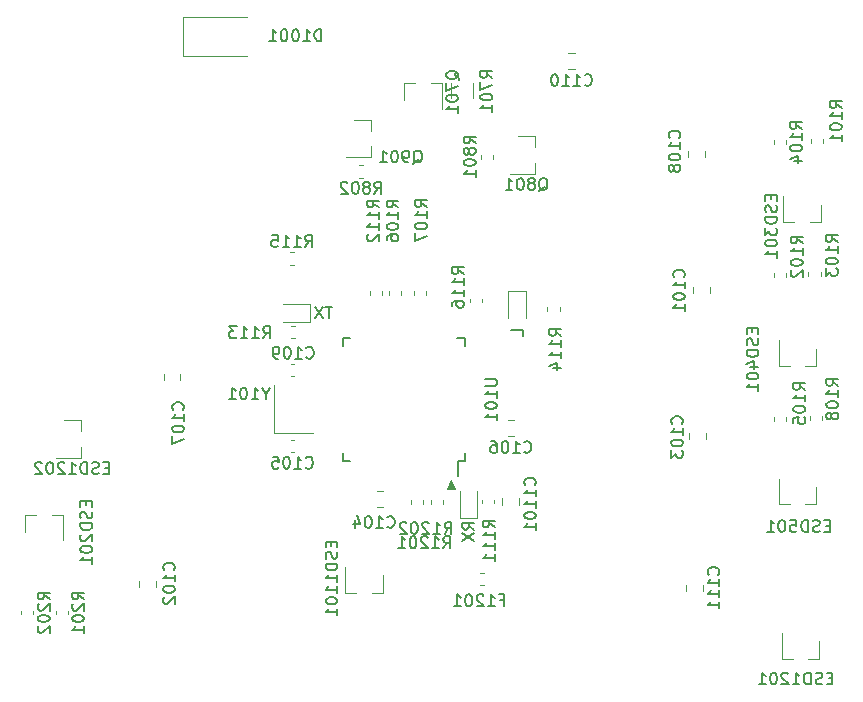
<source format=gbo>
G04 #@! TF.GenerationSoftware,KiCad,Pcbnew,5.1.5-52549c5~86~ubuntu16.04.1*
G04 #@! TF.CreationDate,2020-04-28T17:17:38-04:00*
G04 #@! TF.ProjectId,atmega32u4_hub_pcb_2,61746d65-6761-4333-9275-345f6875625f,1.2*
G04 #@! TF.SameCoordinates,Original*
G04 #@! TF.FileFunction,Legend,Bot*
G04 #@! TF.FilePolarity,Positive*
%FSLAX46Y46*%
G04 Gerber Fmt 4.6, Leading zero omitted, Abs format (unit mm)*
G04 Created by KiCad (PCBNEW 5.1.5-52549c5~86~ubuntu16.04.1) date 2020-04-28 17:17:38*
%MOMM*%
%LPD*%
G04 APERTURE LIST*
%ADD10C,0.100000*%
%ADD11C,0.120000*%
%ADD12C,0.150000*%
G04 APERTURE END LIST*
D10*
G36*
X147116800Y-112344200D02*
G01*
X147421600Y-112953800D01*
X146735800Y-112953800D01*
X147091400Y-112268000D01*
X147116800Y-112344200D01*
G37*
X147116800Y-112344200D02*
X147421600Y-112953800D01*
X146735800Y-112953800D01*
X147091400Y-112268000D01*
X147116800Y-112344200D01*
D11*
X139308621Y-85596000D02*
X139634179Y-85596000D01*
X139308621Y-86616000D02*
X139634179Y-86616000D01*
X110691200Y-123606779D02*
X110691200Y-123281221D01*
X111711200Y-123606779D02*
X111711200Y-123281221D01*
X113612200Y-123606779D02*
X113612200Y-123281221D01*
X114632200Y-123606779D02*
X114632200Y-123281221D01*
X177544000Y-83677979D02*
X177544000Y-83352421D01*
X178564000Y-83677979D02*
X178564000Y-83352421D01*
X115771200Y-107182800D02*
X114311200Y-107182800D01*
X115771200Y-110342800D02*
X113611200Y-110342800D01*
X115771200Y-110342800D02*
X115771200Y-109412800D01*
X115771200Y-107182800D02*
X115771200Y-108112800D01*
X166980800Y-121619778D02*
X166980800Y-121102622D01*
X168400800Y-121619778D02*
X168400800Y-121102622D01*
X178262400Y-127353600D02*
X178262400Y-125893600D01*
X175102400Y-127353600D02*
X175102400Y-125193600D01*
X175102400Y-127353600D02*
X176032400Y-127353600D01*
X178262400Y-127353600D02*
X177332400Y-127353600D01*
X157018222Y-76048800D02*
X157535378Y-76048800D01*
X157018222Y-77468800D02*
X157535378Y-77468800D01*
X140307600Y-81732000D02*
X138847600Y-81732000D01*
X140307600Y-84892000D02*
X138147600Y-84892000D01*
X140307600Y-84892000D02*
X140307600Y-83962000D01*
X140307600Y-81732000D02*
X140307600Y-82662000D01*
X154226800Y-83129000D02*
X152766800Y-83129000D01*
X154226800Y-86289000D02*
X152066800Y-86289000D01*
X154226800Y-86289000D02*
X154226800Y-85359000D01*
X154226800Y-83129000D02*
X154226800Y-84059000D01*
X143136500Y-78615000D02*
X143136500Y-80075000D01*
X146296500Y-78615000D02*
X146296500Y-80775000D01*
X146296500Y-78615000D02*
X145366500Y-78615000D01*
X143136500Y-78615000D02*
X144066500Y-78615000D01*
X148928500Y-78645936D02*
X148928500Y-79850064D01*
X147108500Y-78645936D02*
X147108500Y-79850064D01*
X132055600Y-108222800D02*
X132055600Y-104222800D01*
X135355600Y-108222800D02*
X132055600Y-108222800D01*
X146433000Y-113946721D02*
X146433000Y-114272279D01*
X145413000Y-113946721D02*
X145413000Y-114272279D01*
X144718500Y-113946721D02*
X144718500Y-114272279D01*
X143698500Y-113946721D02*
X143698500Y-114272279D01*
X148689600Y-97190779D02*
X148689600Y-96865221D01*
X149709600Y-97190779D02*
X149709600Y-96865221D01*
X133766779Y-93982000D02*
X133441221Y-93982000D01*
X133766779Y-92962000D02*
X133441221Y-92962000D01*
X156262800Y-97576421D02*
X156262800Y-97901979D01*
X155242800Y-97576421D02*
X155242800Y-97901979D01*
X133830279Y-100205000D02*
X133504721Y-100205000D01*
X133830279Y-99185000D02*
X133504721Y-99185000D01*
X149705600Y-114208779D02*
X149705600Y-113883221D01*
X150725600Y-114208779D02*
X150725600Y-113883221D01*
X149832279Y-121134600D02*
X149506721Y-121134600D01*
X149832279Y-120114600D02*
X149506721Y-120114600D01*
X141280000Y-121765600D02*
X141280000Y-120305600D01*
X138120000Y-121765600D02*
X138120000Y-119605600D01*
X138120000Y-121765600D02*
X139050000Y-121765600D01*
X141280000Y-121765600D02*
X140350000Y-121765600D01*
X178008400Y-114298000D02*
X178008400Y-112838000D01*
X174848400Y-114298000D02*
X174848400Y-112138000D01*
X174848400Y-114298000D02*
X175778400Y-114298000D01*
X178008400Y-114298000D02*
X177078400Y-114298000D01*
X178008400Y-102563200D02*
X178008400Y-101103200D01*
X174848400Y-102563200D02*
X174848400Y-100403200D01*
X174848400Y-102563200D02*
X175778400Y-102563200D01*
X178008400Y-102563200D02*
X177078400Y-102563200D01*
X178364000Y-90371200D02*
X178364000Y-88911200D01*
X175204000Y-90371200D02*
X175204000Y-88211200D01*
X175204000Y-90371200D02*
X176134000Y-90371200D01*
X178364000Y-90371200D02*
X177434000Y-90371200D01*
X111043600Y-115165600D02*
X111043600Y-116625600D01*
X114203600Y-115165600D02*
X114203600Y-117325600D01*
X114203600Y-115165600D02*
X113273600Y-115165600D01*
X111043600Y-115165600D02*
X111973600Y-115165600D01*
X153389000Y-96254200D02*
X153389000Y-98539200D01*
X151919000Y-96254200D02*
X153389000Y-96254200D01*
X151919000Y-98539200D02*
X151919000Y-96254200D01*
X135139800Y-98829800D02*
X132854800Y-98829800D01*
X135139800Y-97359800D02*
X135139800Y-98829800D01*
X132854800Y-97359800D02*
X135139800Y-97359800D01*
X149274200Y-113195200D02*
X149274200Y-115480200D01*
X149274200Y-115480200D02*
X147804200Y-115480200D01*
X147804200Y-115480200D02*
X147804200Y-113195200D01*
X152805200Y-113787422D02*
X152805200Y-114304578D01*
X151385200Y-113787422D02*
X151385200Y-114304578D01*
X133817579Y-103430800D02*
X133492021Y-103430800D01*
X133817579Y-102410800D02*
X133492021Y-102410800D01*
X167133200Y-84891378D02*
X167133200Y-84374222D01*
X168553200Y-84891378D02*
X168553200Y-84374222D01*
X124154000Y-103271822D02*
X124154000Y-103788978D01*
X122734000Y-103271822D02*
X122734000Y-103788978D01*
X151887422Y-107113000D02*
X152404578Y-107113000D01*
X151887422Y-108533000D02*
X152404578Y-108533000D01*
X133492021Y-108862400D02*
X133817579Y-108862400D01*
X133492021Y-109882400D02*
X133817579Y-109882400D01*
X141330178Y-114552800D02*
X140813022Y-114552800D01*
X141330178Y-113132800D02*
X140813022Y-113132800D01*
X167222100Y-108792778D02*
X167222100Y-108275622D01*
X168642100Y-108792778D02*
X168642100Y-108275622D01*
X122071200Y-120747022D02*
X122071200Y-121264178D01*
X120651200Y-120747022D02*
X120651200Y-121264178D01*
D12*
X147665500Y-110585000D02*
X147665500Y-111860000D01*
X148240500Y-100235000D02*
X148240500Y-100910000D01*
X137890500Y-100235000D02*
X137890500Y-100910000D01*
X137890500Y-110585000D02*
X137890500Y-109910000D01*
X148240500Y-110585000D02*
X148240500Y-109910000D01*
X137890500Y-110585000D02*
X138565500Y-110585000D01*
X137890500Y-100235000D02*
X138565500Y-100235000D01*
X148240500Y-100235000D02*
X147565500Y-100235000D01*
X148240500Y-110585000D02*
X147665500Y-110585000D01*
D11*
X167552300Y-96384878D02*
X167552300Y-95867722D01*
X168972300Y-96384878D02*
X168972300Y-95867722D01*
X177442400Y-107147579D02*
X177442400Y-106822021D01*
X178462400Y-107147579D02*
X178462400Y-106822021D01*
X144972500Y-96230221D02*
X144972500Y-96555779D01*
X143952500Y-96230221D02*
X143952500Y-96555779D01*
X142813500Y-96230221D02*
X142813500Y-96555779D01*
X141793500Y-96230221D02*
X141793500Y-96555779D01*
X174445200Y-107198379D02*
X174445200Y-106872821D01*
X175465200Y-107198379D02*
X175465200Y-106872821D01*
X177340800Y-94955579D02*
X177340800Y-94630021D01*
X178360800Y-94955579D02*
X178360800Y-94630021D01*
X174394400Y-95006379D02*
X174394400Y-94680821D01*
X175414400Y-95006379D02*
X175414400Y-94680821D01*
X149591300Y-85062279D02*
X149591300Y-84736721D01*
X150611300Y-85062279D02*
X150611300Y-84736721D01*
X141226000Y-96230221D02*
X141226000Y-96555779D01*
X140206000Y-96230221D02*
X140206000Y-96555779D01*
X174394400Y-83779579D02*
X174394400Y-83454021D01*
X175414400Y-83779579D02*
X175414400Y-83454021D01*
X124425500Y-76326000D02*
X129825500Y-76326000D01*
X124425500Y-73026000D02*
X129825500Y-73026000D01*
X124425500Y-76326000D02*
X124425500Y-73026000D01*
D12*
X140590447Y-87988380D02*
X140923780Y-87512190D01*
X141161876Y-87988380D02*
X141161876Y-86988380D01*
X140780923Y-86988380D01*
X140685685Y-87036000D01*
X140638066Y-87083619D01*
X140590447Y-87178857D01*
X140590447Y-87321714D01*
X140638066Y-87416952D01*
X140685685Y-87464571D01*
X140780923Y-87512190D01*
X141161876Y-87512190D01*
X140019019Y-87416952D02*
X140114257Y-87369333D01*
X140161876Y-87321714D01*
X140209495Y-87226476D01*
X140209495Y-87178857D01*
X140161876Y-87083619D01*
X140114257Y-87036000D01*
X140019019Y-86988380D01*
X139828542Y-86988380D01*
X139733304Y-87036000D01*
X139685685Y-87083619D01*
X139638066Y-87178857D01*
X139638066Y-87226476D01*
X139685685Y-87321714D01*
X139733304Y-87369333D01*
X139828542Y-87416952D01*
X140019019Y-87416952D01*
X140114257Y-87464571D01*
X140161876Y-87512190D01*
X140209495Y-87607428D01*
X140209495Y-87797904D01*
X140161876Y-87893142D01*
X140114257Y-87940761D01*
X140019019Y-87988380D01*
X139828542Y-87988380D01*
X139733304Y-87940761D01*
X139685685Y-87893142D01*
X139638066Y-87797904D01*
X139638066Y-87607428D01*
X139685685Y-87512190D01*
X139733304Y-87464571D01*
X139828542Y-87416952D01*
X139019019Y-86988380D02*
X138923780Y-86988380D01*
X138828542Y-87036000D01*
X138780923Y-87083619D01*
X138733304Y-87178857D01*
X138685685Y-87369333D01*
X138685685Y-87607428D01*
X138733304Y-87797904D01*
X138780923Y-87893142D01*
X138828542Y-87940761D01*
X138923780Y-87988380D01*
X139019019Y-87988380D01*
X139114257Y-87940761D01*
X139161876Y-87893142D01*
X139209495Y-87797904D01*
X139257114Y-87607428D01*
X139257114Y-87369333D01*
X139209495Y-87178857D01*
X139161876Y-87083619D01*
X139114257Y-87036000D01*
X139019019Y-86988380D01*
X138304733Y-87083619D02*
X138257114Y-87036000D01*
X138161876Y-86988380D01*
X137923780Y-86988380D01*
X137828542Y-87036000D01*
X137780923Y-87083619D01*
X137733304Y-87178857D01*
X137733304Y-87274095D01*
X137780923Y-87416952D01*
X138352352Y-87988380D01*
X137733304Y-87988380D01*
X113083580Y-122324952D02*
X112607390Y-121991619D01*
X113083580Y-121753523D02*
X112083580Y-121753523D01*
X112083580Y-122134476D01*
X112131200Y-122229714D01*
X112178819Y-122277333D01*
X112274057Y-122324952D01*
X112416914Y-122324952D01*
X112512152Y-122277333D01*
X112559771Y-122229714D01*
X112607390Y-122134476D01*
X112607390Y-121753523D01*
X112178819Y-122705904D02*
X112131200Y-122753523D01*
X112083580Y-122848761D01*
X112083580Y-123086857D01*
X112131200Y-123182095D01*
X112178819Y-123229714D01*
X112274057Y-123277333D01*
X112369295Y-123277333D01*
X112512152Y-123229714D01*
X113083580Y-122658285D01*
X113083580Y-123277333D01*
X112083580Y-123896380D02*
X112083580Y-123991619D01*
X112131200Y-124086857D01*
X112178819Y-124134476D01*
X112274057Y-124182095D01*
X112464533Y-124229714D01*
X112702628Y-124229714D01*
X112893104Y-124182095D01*
X112988342Y-124134476D01*
X113035961Y-124086857D01*
X113083580Y-123991619D01*
X113083580Y-123896380D01*
X113035961Y-123801142D01*
X112988342Y-123753523D01*
X112893104Y-123705904D01*
X112702628Y-123658285D01*
X112464533Y-123658285D01*
X112274057Y-123705904D01*
X112178819Y-123753523D01*
X112131200Y-123801142D01*
X112083580Y-123896380D01*
X112178819Y-124610666D02*
X112131200Y-124658285D01*
X112083580Y-124753523D01*
X112083580Y-124991619D01*
X112131200Y-125086857D01*
X112178819Y-125134476D01*
X112274057Y-125182095D01*
X112369295Y-125182095D01*
X112512152Y-125134476D01*
X113083580Y-124563047D01*
X113083580Y-125182095D01*
X116004580Y-122324952D02*
X115528390Y-121991619D01*
X116004580Y-121753523D02*
X115004580Y-121753523D01*
X115004580Y-122134476D01*
X115052200Y-122229714D01*
X115099819Y-122277333D01*
X115195057Y-122324952D01*
X115337914Y-122324952D01*
X115433152Y-122277333D01*
X115480771Y-122229714D01*
X115528390Y-122134476D01*
X115528390Y-121753523D01*
X115099819Y-122705904D02*
X115052200Y-122753523D01*
X115004580Y-122848761D01*
X115004580Y-123086857D01*
X115052200Y-123182095D01*
X115099819Y-123229714D01*
X115195057Y-123277333D01*
X115290295Y-123277333D01*
X115433152Y-123229714D01*
X116004580Y-122658285D01*
X116004580Y-123277333D01*
X115004580Y-123896380D02*
X115004580Y-123991619D01*
X115052200Y-124086857D01*
X115099819Y-124134476D01*
X115195057Y-124182095D01*
X115385533Y-124229714D01*
X115623628Y-124229714D01*
X115814104Y-124182095D01*
X115909342Y-124134476D01*
X115956961Y-124086857D01*
X116004580Y-123991619D01*
X116004580Y-123896380D01*
X115956961Y-123801142D01*
X115909342Y-123753523D01*
X115814104Y-123705904D01*
X115623628Y-123658285D01*
X115385533Y-123658285D01*
X115195057Y-123705904D01*
X115099819Y-123753523D01*
X115052200Y-123801142D01*
X115004580Y-123896380D01*
X116004580Y-125182095D02*
X116004580Y-124610666D01*
X116004580Y-124896380D02*
X115004580Y-124896380D01*
X115147438Y-124801142D01*
X115242676Y-124705904D01*
X115290295Y-124610666D01*
X180157380Y-80707052D02*
X179681190Y-80373719D01*
X180157380Y-80135623D02*
X179157380Y-80135623D01*
X179157380Y-80516576D01*
X179205000Y-80611814D01*
X179252619Y-80659433D01*
X179347857Y-80707052D01*
X179490714Y-80707052D01*
X179585952Y-80659433D01*
X179633571Y-80611814D01*
X179681190Y-80516576D01*
X179681190Y-80135623D01*
X180157380Y-81659433D02*
X180157380Y-81088004D01*
X180157380Y-81373719D02*
X179157380Y-81373719D01*
X179300238Y-81278480D01*
X179395476Y-81183242D01*
X179443095Y-81088004D01*
X179157380Y-82278480D02*
X179157380Y-82373719D01*
X179205000Y-82468957D01*
X179252619Y-82516576D01*
X179347857Y-82564195D01*
X179538333Y-82611814D01*
X179776428Y-82611814D01*
X179966904Y-82564195D01*
X180062142Y-82516576D01*
X180109761Y-82468957D01*
X180157380Y-82373719D01*
X180157380Y-82278480D01*
X180109761Y-82183242D01*
X180062142Y-82135623D01*
X179966904Y-82088004D01*
X179776428Y-82040385D01*
X179538333Y-82040385D01*
X179347857Y-82088004D01*
X179252619Y-82135623D01*
X179205000Y-82183242D01*
X179157380Y-82278480D01*
X180157380Y-83564195D02*
X180157380Y-82992766D01*
X180157380Y-83278480D02*
X179157380Y-83278480D01*
X179300238Y-83183242D01*
X179395476Y-83088004D01*
X179443095Y-82992766D01*
X118106438Y-111191371D02*
X117773104Y-111191371D01*
X117630247Y-111715180D02*
X118106438Y-111715180D01*
X118106438Y-110715180D01*
X117630247Y-110715180D01*
X117249295Y-111667561D02*
X117106438Y-111715180D01*
X116868342Y-111715180D01*
X116773104Y-111667561D01*
X116725485Y-111619942D01*
X116677866Y-111524704D01*
X116677866Y-111429466D01*
X116725485Y-111334228D01*
X116773104Y-111286609D01*
X116868342Y-111238990D01*
X117058819Y-111191371D01*
X117154057Y-111143752D01*
X117201676Y-111096133D01*
X117249295Y-111000895D01*
X117249295Y-110905657D01*
X117201676Y-110810419D01*
X117154057Y-110762800D01*
X117058819Y-110715180D01*
X116820723Y-110715180D01*
X116677866Y-110762800D01*
X116249295Y-111715180D02*
X116249295Y-110715180D01*
X116011200Y-110715180D01*
X115868342Y-110762800D01*
X115773104Y-110858038D01*
X115725485Y-110953276D01*
X115677866Y-111143752D01*
X115677866Y-111286609D01*
X115725485Y-111477085D01*
X115773104Y-111572323D01*
X115868342Y-111667561D01*
X116011200Y-111715180D01*
X116249295Y-111715180D01*
X114725485Y-111715180D02*
X115296914Y-111715180D01*
X115011200Y-111715180D02*
X115011200Y-110715180D01*
X115106438Y-110858038D01*
X115201676Y-110953276D01*
X115296914Y-111000895D01*
X114344533Y-110810419D02*
X114296914Y-110762800D01*
X114201676Y-110715180D01*
X113963580Y-110715180D01*
X113868342Y-110762800D01*
X113820723Y-110810419D01*
X113773104Y-110905657D01*
X113773104Y-111000895D01*
X113820723Y-111143752D01*
X114392152Y-111715180D01*
X113773104Y-111715180D01*
X113154057Y-110715180D02*
X113058819Y-110715180D01*
X112963580Y-110762800D01*
X112915961Y-110810419D01*
X112868342Y-110905657D01*
X112820723Y-111096133D01*
X112820723Y-111334228D01*
X112868342Y-111524704D01*
X112915961Y-111619942D01*
X112963580Y-111667561D01*
X113058819Y-111715180D01*
X113154057Y-111715180D01*
X113249295Y-111667561D01*
X113296914Y-111619942D01*
X113344533Y-111524704D01*
X113392152Y-111334228D01*
X113392152Y-111096133D01*
X113344533Y-110905657D01*
X113296914Y-110810419D01*
X113249295Y-110762800D01*
X113154057Y-110715180D01*
X112439771Y-110810419D02*
X112392152Y-110762800D01*
X112296914Y-110715180D01*
X112058819Y-110715180D01*
X111963580Y-110762800D01*
X111915961Y-110810419D01*
X111868342Y-110905657D01*
X111868342Y-111000895D01*
X111915961Y-111143752D01*
X112487390Y-111715180D01*
X111868342Y-111715180D01*
X169697942Y-120242152D02*
X169745561Y-120194533D01*
X169793180Y-120051676D01*
X169793180Y-119956438D01*
X169745561Y-119813580D01*
X169650323Y-119718342D01*
X169555085Y-119670723D01*
X169364609Y-119623104D01*
X169221752Y-119623104D01*
X169031276Y-119670723D01*
X168936038Y-119718342D01*
X168840800Y-119813580D01*
X168793180Y-119956438D01*
X168793180Y-120051676D01*
X168840800Y-120194533D01*
X168888419Y-120242152D01*
X169793180Y-121194533D02*
X169793180Y-120623104D01*
X169793180Y-120908819D02*
X168793180Y-120908819D01*
X168936038Y-120813580D01*
X169031276Y-120718342D01*
X169078895Y-120623104D01*
X169793180Y-122146914D02*
X169793180Y-121575485D01*
X169793180Y-121861200D02*
X168793180Y-121861200D01*
X168936038Y-121765961D01*
X169031276Y-121670723D01*
X169078895Y-121575485D01*
X169793180Y-123099295D02*
X169793180Y-122527866D01*
X169793180Y-122813580D02*
X168793180Y-122813580D01*
X168936038Y-122718342D01*
X169031276Y-122623104D01*
X169078895Y-122527866D01*
X179371238Y-129008071D02*
X179037904Y-129008071D01*
X178895047Y-129531880D02*
X179371238Y-129531880D01*
X179371238Y-128531880D01*
X178895047Y-128531880D01*
X178514095Y-129484261D02*
X178371238Y-129531880D01*
X178133142Y-129531880D01*
X178037904Y-129484261D01*
X177990285Y-129436642D01*
X177942666Y-129341404D01*
X177942666Y-129246166D01*
X177990285Y-129150928D01*
X178037904Y-129103309D01*
X178133142Y-129055690D01*
X178323619Y-129008071D01*
X178418857Y-128960452D01*
X178466476Y-128912833D01*
X178514095Y-128817595D01*
X178514095Y-128722357D01*
X178466476Y-128627119D01*
X178418857Y-128579500D01*
X178323619Y-128531880D01*
X178085523Y-128531880D01*
X177942666Y-128579500D01*
X177514095Y-129531880D02*
X177514095Y-128531880D01*
X177276000Y-128531880D01*
X177133142Y-128579500D01*
X177037904Y-128674738D01*
X176990285Y-128769976D01*
X176942666Y-128960452D01*
X176942666Y-129103309D01*
X176990285Y-129293785D01*
X177037904Y-129389023D01*
X177133142Y-129484261D01*
X177276000Y-129531880D01*
X177514095Y-129531880D01*
X175990285Y-129531880D02*
X176561714Y-129531880D01*
X176276000Y-129531880D02*
X176276000Y-128531880D01*
X176371238Y-128674738D01*
X176466476Y-128769976D01*
X176561714Y-128817595D01*
X175609333Y-128627119D02*
X175561714Y-128579500D01*
X175466476Y-128531880D01*
X175228380Y-128531880D01*
X175133142Y-128579500D01*
X175085523Y-128627119D01*
X175037904Y-128722357D01*
X175037904Y-128817595D01*
X175085523Y-128960452D01*
X175656952Y-129531880D01*
X175037904Y-129531880D01*
X174418857Y-128531880D02*
X174323619Y-128531880D01*
X174228380Y-128579500D01*
X174180761Y-128627119D01*
X174133142Y-128722357D01*
X174085523Y-128912833D01*
X174085523Y-129150928D01*
X174133142Y-129341404D01*
X174180761Y-129436642D01*
X174228380Y-129484261D01*
X174323619Y-129531880D01*
X174418857Y-129531880D01*
X174514095Y-129484261D01*
X174561714Y-129436642D01*
X174609333Y-129341404D01*
X174656952Y-129150928D01*
X174656952Y-128912833D01*
X174609333Y-128722357D01*
X174561714Y-128627119D01*
X174514095Y-128579500D01*
X174418857Y-128531880D01*
X173133142Y-129531880D02*
X173704571Y-129531880D01*
X173418857Y-129531880D02*
X173418857Y-128531880D01*
X173514095Y-128674738D01*
X173609333Y-128769976D01*
X173704571Y-128817595D01*
X158395847Y-78765942D02*
X158443466Y-78813561D01*
X158586323Y-78861180D01*
X158681561Y-78861180D01*
X158824419Y-78813561D01*
X158919657Y-78718323D01*
X158967276Y-78623085D01*
X159014895Y-78432609D01*
X159014895Y-78289752D01*
X158967276Y-78099276D01*
X158919657Y-78004038D01*
X158824419Y-77908800D01*
X158681561Y-77861180D01*
X158586323Y-77861180D01*
X158443466Y-77908800D01*
X158395847Y-77956419D01*
X157443466Y-78861180D02*
X158014895Y-78861180D01*
X157729180Y-78861180D02*
X157729180Y-77861180D01*
X157824419Y-78004038D01*
X157919657Y-78099276D01*
X158014895Y-78146895D01*
X156491085Y-78861180D02*
X157062514Y-78861180D01*
X156776800Y-78861180D02*
X156776800Y-77861180D01*
X156872038Y-78004038D01*
X156967276Y-78099276D01*
X157062514Y-78146895D01*
X155872038Y-77861180D02*
X155776800Y-77861180D01*
X155681561Y-77908800D01*
X155633942Y-77956419D01*
X155586323Y-78051657D01*
X155538704Y-78242133D01*
X155538704Y-78480228D01*
X155586323Y-78670704D01*
X155633942Y-78765942D01*
X155681561Y-78813561D01*
X155776800Y-78861180D01*
X155872038Y-78861180D01*
X155967276Y-78813561D01*
X156014895Y-78765942D01*
X156062514Y-78670704D01*
X156110133Y-78480228D01*
X156110133Y-78242133D01*
X156062514Y-78051657D01*
X156014895Y-77956419D01*
X155967276Y-77908800D01*
X155872038Y-77861180D01*
X143871819Y-85434419D02*
X143967057Y-85386800D01*
X144062295Y-85291561D01*
X144205152Y-85148704D01*
X144300390Y-85101085D01*
X144395628Y-85101085D01*
X144348009Y-85339180D02*
X144443247Y-85291561D01*
X144538485Y-85196323D01*
X144586104Y-85005847D01*
X144586104Y-84672514D01*
X144538485Y-84482038D01*
X144443247Y-84386800D01*
X144348009Y-84339180D01*
X144157533Y-84339180D01*
X144062295Y-84386800D01*
X143967057Y-84482038D01*
X143919438Y-84672514D01*
X143919438Y-85005847D01*
X143967057Y-85196323D01*
X144062295Y-85291561D01*
X144157533Y-85339180D01*
X144348009Y-85339180D01*
X143443247Y-85339180D02*
X143252771Y-85339180D01*
X143157533Y-85291561D01*
X143109914Y-85243942D01*
X143014676Y-85101085D01*
X142967057Y-84910609D01*
X142967057Y-84529657D01*
X143014676Y-84434419D01*
X143062295Y-84386800D01*
X143157533Y-84339180D01*
X143348009Y-84339180D01*
X143443247Y-84386800D01*
X143490866Y-84434419D01*
X143538485Y-84529657D01*
X143538485Y-84767752D01*
X143490866Y-84862990D01*
X143443247Y-84910609D01*
X143348009Y-84958228D01*
X143157533Y-84958228D01*
X143062295Y-84910609D01*
X143014676Y-84862990D01*
X142967057Y-84767752D01*
X142348009Y-84339180D02*
X142252771Y-84339180D01*
X142157533Y-84386800D01*
X142109914Y-84434419D01*
X142062295Y-84529657D01*
X142014676Y-84720133D01*
X142014676Y-84958228D01*
X142062295Y-85148704D01*
X142109914Y-85243942D01*
X142157533Y-85291561D01*
X142252771Y-85339180D01*
X142348009Y-85339180D01*
X142443247Y-85291561D01*
X142490866Y-85243942D01*
X142538485Y-85148704D01*
X142586104Y-84958228D01*
X142586104Y-84720133D01*
X142538485Y-84529657D01*
X142490866Y-84434419D01*
X142443247Y-84386800D01*
X142348009Y-84339180D01*
X141062295Y-85339180D02*
X141633723Y-85339180D01*
X141348009Y-85339180D02*
X141348009Y-84339180D01*
X141443247Y-84482038D01*
X141538485Y-84577276D01*
X141633723Y-84624895D01*
X154514419Y-87756619D02*
X154609657Y-87709000D01*
X154704895Y-87613761D01*
X154847752Y-87470904D01*
X154942990Y-87423285D01*
X155038228Y-87423285D01*
X154990609Y-87661380D02*
X155085847Y-87613761D01*
X155181085Y-87518523D01*
X155228704Y-87328047D01*
X155228704Y-86994714D01*
X155181085Y-86804238D01*
X155085847Y-86709000D01*
X154990609Y-86661380D01*
X154800133Y-86661380D01*
X154704895Y-86709000D01*
X154609657Y-86804238D01*
X154562038Y-86994714D01*
X154562038Y-87328047D01*
X154609657Y-87518523D01*
X154704895Y-87613761D01*
X154800133Y-87661380D01*
X154990609Y-87661380D01*
X153990609Y-87089952D02*
X154085847Y-87042333D01*
X154133466Y-86994714D01*
X154181085Y-86899476D01*
X154181085Y-86851857D01*
X154133466Y-86756619D01*
X154085847Y-86709000D01*
X153990609Y-86661380D01*
X153800133Y-86661380D01*
X153704895Y-86709000D01*
X153657276Y-86756619D01*
X153609657Y-86851857D01*
X153609657Y-86899476D01*
X153657276Y-86994714D01*
X153704895Y-87042333D01*
X153800133Y-87089952D01*
X153990609Y-87089952D01*
X154085847Y-87137571D01*
X154133466Y-87185190D01*
X154181085Y-87280428D01*
X154181085Y-87470904D01*
X154133466Y-87566142D01*
X154085847Y-87613761D01*
X153990609Y-87661380D01*
X153800133Y-87661380D01*
X153704895Y-87613761D01*
X153657276Y-87566142D01*
X153609657Y-87470904D01*
X153609657Y-87280428D01*
X153657276Y-87185190D01*
X153704895Y-87137571D01*
X153800133Y-87089952D01*
X152990609Y-86661380D02*
X152895371Y-86661380D01*
X152800133Y-86709000D01*
X152752514Y-86756619D01*
X152704895Y-86851857D01*
X152657276Y-87042333D01*
X152657276Y-87280428D01*
X152704895Y-87470904D01*
X152752514Y-87566142D01*
X152800133Y-87613761D01*
X152895371Y-87661380D01*
X152990609Y-87661380D01*
X153085847Y-87613761D01*
X153133466Y-87566142D01*
X153181085Y-87470904D01*
X153228704Y-87280428D01*
X153228704Y-87042333D01*
X153181085Y-86851857D01*
X153133466Y-86756619D01*
X153085847Y-86709000D01*
X152990609Y-86661380D01*
X151704895Y-87661380D02*
X152276323Y-87661380D01*
X151990609Y-87661380D02*
X151990609Y-86661380D01*
X152085847Y-86804238D01*
X152181085Y-86899476D01*
X152276323Y-86947095D01*
X147764119Y-78327380D02*
X147716500Y-78232142D01*
X147621261Y-78136904D01*
X147478404Y-77994047D01*
X147430785Y-77898809D01*
X147430785Y-77803571D01*
X147668880Y-77851190D02*
X147621261Y-77755952D01*
X147526023Y-77660714D01*
X147335547Y-77613095D01*
X147002214Y-77613095D01*
X146811738Y-77660714D01*
X146716500Y-77755952D01*
X146668880Y-77851190D01*
X146668880Y-78041666D01*
X146716500Y-78136904D01*
X146811738Y-78232142D01*
X147002214Y-78279761D01*
X147335547Y-78279761D01*
X147526023Y-78232142D01*
X147621261Y-78136904D01*
X147668880Y-78041666D01*
X147668880Y-77851190D01*
X146668880Y-78613095D02*
X146668880Y-79279761D01*
X147668880Y-78851190D01*
X146668880Y-79851190D02*
X146668880Y-79946428D01*
X146716500Y-80041666D01*
X146764119Y-80089285D01*
X146859357Y-80136904D01*
X147049833Y-80184523D01*
X147287928Y-80184523D01*
X147478404Y-80136904D01*
X147573642Y-80089285D01*
X147621261Y-80041666D01*
X147668880Y-79946428D01*
X147668880Y-79851190D01*
X147621261Y-79755952D01*
X147573642Y-79708333D01*
X147478404Y-79660714D01*
X147287928Y-79613095D01*
X147049833Y-79613095D01*
X146859357Y-79660714D01*
X146764119Y-79708333D01*
X146716500Y-79755952D01*
X146668880Y-79851190D01*
X147668880Y-81136904D02*
X147668880Y-80565476D01*
X147668880Y-80851190D02*
X146668880Y-80851190D01*
X146811738Y-80755952D01*
X146906976Y-80660714D01*
X146954595Y-80565476D01*
X150566380Y-78179752D02*
X150090190Y-77846419D01*
X150566380Y-77608323D02*
X149566380Y-77608323D01*
X149566380Y-77989276D01*
X149614000Y-78084514D01*
X149661619Y-78132133D01*
X149756857Y-78179752D01*
X149899714Y-78179752D01*
X149994952Y-78132133D01*
X150042571Y-78084514D01*
X150090190Y-77989276D01*
X150090190Y-77608323D01*
X149566380Y-78513085D02*
X149566380Y-79179752D01*
X150566380Y-78751180D01*
X149566380Y-79751180D02*
X149566380Y-79846419D01*
X149614000Y-79941657D01*
X149661619Y-79989276D01*
X149756857Y-80036895D01*
X149947333Y-80084514D01*
X150185428Y-80084514D01*
X150375904Y-80036895D01*
X150471142Y-79989276D01*
X150518761Y-79941657D01*
X150566380Y-79846419D01*
X150566380Y-79751180D01*
X150518761Y-79655942D01*
X150471142Y-79608323D01*
X150375904Y-79560704D01*
X150185428Y-79513085D01*
X149947333Y-79513085D01*
X149756857Y-79560704D01*
X149661619Y-79608323D01*
X149614000Y-79655942D01*
X149566380Y-79751180D01*
X150566380Y-81036895D02*
X150566380Y-80465466D01*
X150566380Y-80751180D02*
X149566380Y-80751180D01*
X149709238Y-80655942D01*
X149804476Y-80560704D01*
X149852095Y-80465466D01*
X131374971Y-104928990D02*
X131374971Y-105405180D01*
X131708304Y-104405180D02*
X131374971Y-104928990D01*
X131041638Y-104405180D01*
X130184495Y-105405180D02*
X130755923Y-105405180D01*
X130470209Y-105405180D02*
X130470209Y-104405180D01*
X130565447Y-104548038D01*
X130660685Y-104643276D01*
X130755923Y-104690895D01*
X129565447Y-104405180D02*
X129470209Y-104405180D01*
X129374971Y-104452800D01*
X129327352Y-104500419D01*
X129279733Y-104595657D01*
X129232114Y-104786133D01*
X129232114Y-105024228D01*
X129279733Y-105214704D01*
X129327352Y-105309942D01*
X129374971Y-105357561D01*
X129470209Y-105405180D01*
X129565447Y-105405180D01*
X129660685Y-105357561D01*
X129708304Y-105309942D01*
X129755923Y-105214704D01*
X129803542Y-105024228D01*
X129803542Y-104786133D01*
X129755923Y-104595657D01*
X129708304Y-104500419D01*
X129660685Y-104452800D01*
X129565447Y-104405180D01*
X128279733Y-105405180D02*
X128851161Y-105405180D01*
X128565447Y-105405180D02*
X128565447Y-104405180D01*
X128660685Y-104548038D01*
X128755923Y-104643276D01*
X128851161Y-104690895D01*
X146527638Y-116784380D02*
X146860971Y-116308190D01*
X147099066Y-116784380D02*
X147099066Y-115784380D01*
X146718114Y-115784380D01*
X146622876Y-115832000D01*
X146575257Y-115879619D01*
X146527638Y-115974857D01*
X146527638Y-116117714D01*
X146575257Y-116212952D01*
X146622876Y-116260571D01*
X146718114Y-116308190D01*
X147099066Y-116308190D01*
X145575257Y-116784380D02*
X146146685Y-116784380D01*
X145860971Y-116784380D02*
X145860971Y-115784380D01*
X145956209Y-115927238D01*
X146051447Y-116022476D01*
X146146685Y-116070095D01*
X145194304Y-115879619D02*
X145146685Y-115832000D01*
X145051447Y-115784380D01*
X144813352Y-115784380D01*
X144718114Y-115832000D01*
X144670495Y-115879619D01*
X144622876Y-115974857D01*
X144622876Y-116070095D01*
X144670495Y-116212952D01*
X145241923Y-116784380D01*
X144622876Y-116784380D01*
X144003828Y-115784380D02*
X143908590Y-115784380D01*
X143813352Y-115832000D01*
X143765733Y-115879619D01*
X143718114Y-115974857D01*
X143670495Y-116165333D01*
X143670495Y-116403428D01*
X143718114Y-116593904D01*
X143765733Y-116689142D01*
X143813352Y-116736761D01*
X143908590Y-116784380D01*
X144003828Y-116784380D01*
X144099066Y-116736761D01*
X144146685Y-116689142D01*
X144194304Y-116593904D01*
X144241923Y-116403428D01*
X144241923Y-116165333D01*
X144194304Y-115974857D01*
X144146685Y-115879619D01*
X144099066Y-115832000D01*
X144003828Y-115784380D01*
X143289542Y-115879619D02*
X143241923Y-115832000D01*
X143146685Y-115784380D01*
X142908590Y-115784380D01*
X142813352Y-115832000D01*
X142765733Y-115879619D01*
X142718114Y-115974857D01*
X142718114Y-116070095D01*
X142765733Y-116212952D01*
X143337161Y-116784380D01*
X142718114Y-116784380D01*
X146426038Y-118003580D02*
X146759371Y-117527390D01*
X146997466Y-118003580D02*
X146997466Y-117003580D01*
X146616514Y-117003580D01*
X146521276Y-117051200D01*
X146473657Y-117098819D01*
X146426038Y-117194057D01*
X146426038Y-117336914D01*
X146473657Y-117432152D01*
X146521276Y-117479771D01*
X146616514Y-117527390D01*
X146997466Y-117527390D01*
X145473657Y-118003580D02*
X146045085Y-118003580D01*
X145759371Y-118003580D02*
X145759371Y-117003580D01*
X145854609Y-117146438D01*
X145949847Y-117241676D01*
X146045085Y-117289295D01*
X145092704Y-117098819D02*
X145045085Y-117051200D01*
X144949847Y-117003580D01*
X144711752Y-117003580D01*
X144616514Y-117051200D01*
X144568895Y-117098819D01*
X144521276Y-117194057D01*
X144521276Y-117289295D01*
X144568895Y-117432152D01*
X145140323Y-118003580D01*
X144521276Y-118003580D01*
X143902228Y-117003580D02*
X143806990Y-117003580D01*
X143711752Y-117051200D01*
X143664133Y-117098819D01*
X143616514Y-117194057D01*
X143568895Y-117384533D01*
X143568895Y-117622628D01*
X143616514Y-117813104D01*
X143664133Y-117908342D01*
X143711752Y-117955961D01*
X143806990Y-118003580D01*
X143902228Y-118003580D01*
X143997466Y-117955961D01*
X144045085Y-117908342D01*
X144092704Y-117813104D01*
X144140323Y-117622628D01*
X144140323Y-117384533D01*
X144092704Y-117194057D01*
X144045085Y-117098819D01*
X143997466Y-117051200D01*
X143902228Y-117003580D01*
X142616514Y-118003580D02*
X143187942Y-118003580D01*
X142902228Y-118003580D02*
X142902228Y-117003580D01*
X142997466Y-117146438D01*
X143092704Y-117241676D01*
X143187942Y-117289295D01*
X148153380Y-94765952D02*
X147677190Y-94432619D01*
X148153380Y-94194523D02*
X147153380Y-94194523D01*
X147153380Y-94575476D01*
X147201000Y-94670714D01*
X147248619Y-94718333D01*
X147343857Y-94765952D01*
X147486714Y-94765952D01*
X147581952Y-94718333D01*
X147629571Y-94670714D01*
X147677190Y-94575476D01*
X147677190Y-94194523D01*
X148153380Y-95718333D02*
X148153380Y-95146904D01*
X148153380Y-95432619D02*
X147153380Y-95432619D01*
X147296238Y-95337380D01*
X147391476Y-95242142D01*
X147439095Y-95146904D01*
X148153380Y-96670714D02*
X148153380Y-96099285D01*
X148153380Y-96385000D02*
X147153380Y-96385000D01*
X147296238Y-96289761D01*
X147391476Y-96194523D01*
X147439095Y-96099285D01*
X147153380Y-97527857D02*
X147153380Y-97337380D01*
X147201000Y-97242142D01*
X147248619Y-97194523D01*
X147391476Y-97099285D01*
X147581952Y-97051666D01*
X147962904Y-97051666D01*
X148058142Y-97099285D01*
X148105761Y-97146904D01*
X148153380Y-97242142D01*
X148153380Y-97432619D01*
X148105761Y-97527857D01*
X148058142Y-97575476D01*
X147962904Y-97623095D01*
X147724809Y-97623095D01*
X147629571Y-97575476D01*
X147581952Y-97527857D01*
X147534333Y-97432619D01*
X147534333Y-97242142D01*
X147581952Y-97146904D01*
X147629571Y-97099285D01*
X147724809Y-97051666D01*
X134723047Y-92494380D02*
X135056380Y-92018190D01*
X135294476Y-92494380D02*
X135294476Y-91494380D01*
X134913523Y-91494380D01*
X134818285Y-91542000D01*
X134770666Y-91589619D01*
X134723047Y-91684857D01*
X134723047Y-91827714D01*
X134770666Y-91922952D01*
X134818285Y-91970571D01*
X134913523Y-92018190D01*
X135294476Y-92018190D01*
X133770666Y-92494380D02*
X134342095Y-92494380D01*
X134056380Y-92494380D02*
X134056380Y-91494380D01*
X134151619Y-91637238D01*
X134246857Y-91732476D01*
X134342095Y-91780095D01*
X132818285Y-92494380D02*
X133389714Y-92494380D01*
X133104000Y-92494380D02*
X133104000Y-91494380D01*
X133199238Y-91637238D01*
X133294476Y-91732476D01*
X133389714Y-91780095D01*
X131913523Y-91494380D02*
X132389714Y-91494380D01*
X132437333Y-91970571D01*
X132389714Y-91922952D01*
X132294476Y-91875333D01*
X132056380Y-91875333D01*
X131961142Y-91922952D01*
X131913523Y-91970571D01*
X131865904Y-92065809D01*
X131865904Y-92303904D01*
X131913523Y-92399142D01*
X131961142Y-92446761D01*
X132056380Y-92494380D01*
X132294476Y-92494380D01*
X132389714Y-92446761D01*
X132437333Y-92399142D01*
X156408380Y-100023752D02*
X155932190Y-99690419D01*
X156408380Y-99452323D02*
X155408380Y-99452323D01*
X155408380Y-99833276D01*
X155456000Y-99928514D01*
X155503619Y-99976133D01*
X155598857Y-100023752D01*
X155741714Y-100023752D01*
X155836952Y-99976133D01*
X155884571Y-99928514D01*
X155932190Y-99833276D01*
X155932190Y-99452323D01*
X156408380Y-100976133D02*
X156408380Y-100404704D01*
X156408380Y-100690419D02*
X155408380Y-100690419D01*
X155551238Y-100595180D01*
X155646476Y-100499942D01*
X155694095Y-100404704D01*
X156408380Y-101928514D02*
X156408380Y-101357085D01*
X156408380Y-101642800D02*
X155408380Y-101642800D01*
X155551238Y-101547561D01*
X155646476Y-101452323D01*
X155694095Y-101357085D01*
X155741714Y-102785657D02*
X156408380Y-102785657D01*
X155360761Y-102547561D02*
X156075047Y-102309466D01*
X156075047Y-102928514D01*
X131167047Y-100223580D02*
X131500380Y-99747390D01*
X131738476Y-100223580D02*
X131738476Y-99223580D01*
X131357523Y-99223580D01*
X131262285Y-99271200D01*
X131214666Y-99318819D01*
X131167047Y-99414057D01*
X131167047Y-99556914D01*
X131214666Y-99652152D01*
X131262285Y-99699771D01*
X131357523Y-99747390D01*
X131738476Y-99747390D01*
X130214666Y-100223580D02*
X130786095Y-100223580D01*
X130500380Y-100223580D02*
X130500380Y-99223580D01*
X130595619Y-99366438D01*
X130690857Y-99461676D01*
X130786095Y-99509295D01*
X129262285Y-100223580D02*
X129833714Y-100223580D01*
X129548000Y-100223580D02*
X129548000Y-99223580D01*
X129643238Y-99366438D01*
X129738476Y-99461676D01*
X129833714Y-99509295D01*
X128928952Y-99223580D02*
X128309904Y-99223580D01*
X128643238Y-99604533D01*
X128500380Y-99604533D01*
X128405142Y-99652152D01*
X128357523Y-99699771D01*
X128309904Y-99795009D01*
X128309904Y-100033104D01*
X128357523Y-100128342D01*
X128405142Y-100175961D01*
X128500380Y-100223580D01*
X128786095Y-100223580D01*
X128881333Y-100175961D01*
X128928952Y-100128342D01*
X150769580Y-116228952D02*
X150293390Y-115895619D01*
X150769580Y-115657523D02*
X149769580Y-115657523D01*
X149769580Y-116038476D01*
X149817200Y-116133714D01*
X149864819Y-116181333D01*
X149960057Y-116228952D01*
X150102914Y-116228952D01*
X150198152Y-116181333D01*
X150245771Y-116133714D01*
X150293390Y-116038476D01*
X150293390Y-115657523D01*
X150769580Y-117181333D02*
X150769580Y-116609904D01*
X150769580Y-116895619D02*
X149769580Y-116895619D01*
X149912438Y-116800380D01*
X150007676Y-116705142D01*
X150055295Y-116609904D01*
X150769580Y-118133714D02*
X150769580Y-117562285D01*
X150769580Y-117848000D02*
X149769580Y-117848000D01*
X149912438Y-117752761D01*
X150007676Y-117657523D01*
X150055295Y-117562285D01*
X150769580Y-119086095D02*
X150769580Y-118514666D01*
X150769580Y-118800380D02*
X149769580Y-118800380D01*
X149912438Y-118705142D01*
X150007676Y-118609904D01*
X150055295Y-118514666D01*
X151240904Y-122394671D02*
X151574238Y-122394671D01*
X151574238Y-122918480D02*
X151574238Y-121918480D01*
X151098047Y-121918480D01*
X150193285Y-122918480D02*
X150764714Y-122918480D01*
X150479000Y-122918480D02*
X150479000Y-121918480D01*
X150574238Y-122061338D01*
X150669476Y-122156576D01*
X150764714Y-122204195D01*
X149812333Y-122013719D02*
X149764714Y-121966100D01*
X149669476Y-121918480D01*
X149431380Y-121918480D01*
X149336142Y-121966100D01*
X149288523Y-122013719D01*
X149240904Y-122108957D01*
X149240904Y-122204195D01*
X149288523Y-122347052D01*
X149859952Y-122918480D01*
X149240904Y-122918480D01*
X148621857Y-121918480D02*
X148526619Y-121918480D01*
X148431380Y-121966100D01*
X148383761Y-122013719D01*
X148336142Y-122108957D01*
X148288523Y-122299433D01*
X148288523Y-122537528D01*
X148336142Y-122728004D01*
X148383761Y-122823242D01*
X148431380Y-122870861D01*
X148526619Y-122918480D01*
X148621857Y-122918480D01*
X148717095Y-122870861D01*
X148764714Y-122823242D01*
X148812333Y-122728004D01*
X148859952Y-122537528D01*
X148859952Y-122299433D01*
X148812333Y-122108957D01*
X148764714Y-122013719D01*
X148717095Y-121966100D01*
X148621857Y-121918480D01*
X147336142Y-122918480D02*
X147907571Y-122918480D01*
X147621857Y-122918480D02*
X147621857Y-121918480D01*
X147717095Y-122061338D01*
X147812333Y-122156576D01*
X147907571Y-122204195D01*
X136936171Y-117453161D02*
X136936171Y-117786495D01*
X137459980Y-117929352D02*
X137459980Y-117453161D01*
X136459980Y-117453161D01*
X136459980Y-117929352D01*
X137412361Y-118310304D02*
X137459980Y-118453161D01*
X137459980Y-118691257D01*
X137412361Y-118786495D01*
X137364742Y-118834114D01*
X137269504Y-118881733D01*
X137174266Y-118881733D01*
X137079028Y-118834114D01*
X137031409Y-118786495D01*
X136983790Y-118691257D01*
X136936171Y-118500780D01*
X136888552Y-118405542D01*
X136840933Y-118357923D01*
X136745695Y-118310304D01*
X136650457Y-118310304D01*
X136555219Y-118357923D01*
X136507600Y-118405542D01*
X136459980Y-118500780D01*
X136459980Y-118738876D01*
X136507600Y-118881733D01*
X137459980Y-119310304D02*
X136459980Y-119310304D01*
X136459980Y-119548400D01*
X136507600Y-119691257D01*
X136602838Y-119786495D01*
X136698076Y-119834114D01*
X136888552Y-119881733D01*
X137031409Y-119881733D01*
X137221885Y-119834114D01*
X137317123Y-119786495D01*
X137412361Y-119691257D01*
X137459980Y-119548400D01*
X137459980Y-119310304D01*
X137459980Y-120834114D02*
X137459980Y-120262685D01*
X137459980Y-120548400D02*
X136459980Y-120548400D01*
X136602838Y-120453161D01*
X136698076Y-120357923D01*
X136745695Y-120262685D01*
X137459980Y-121786495D02*
X137459980Y-121215066D01*
X137459980Y-121500780D02*
X136459980Y-121500780D01*
X136602838Y-121405542D01*
X136698076Y-121310304D01*
X136745695Y-121215066D01*
X136459980Y-122405542D02*
X136459980Y-122500780D01*
X136507600Y-122596019D01*
X136555219Y-122643638D01*
X136650457Y-122691257D01*
X136840933Y-122738876D01*
X137079028Y-122738876D01*
X137269504Y-122691257D01*
X137364742Y-122643638D01*
X137412361Y-122596019D01*
X137459980Y-122500780D01*
X137459980Y-122405542D01*
X137412361Y-122310304D01*
X137364742Y-122262685D01*
X137269504Y-122215066D01*
X137079028Y-122167447D01*
X136840933Y-122167447D01*
X136650457Y-122215066D01*
X136555219Y-122262685D01*
X136507600Y-122310304D01*
X136459980Y-122405542D01*
X137459980Y-123691257D02*
X137459980Y-123119828D01*
X137459980Y-123405542D02*
X136459980Y-123405542D01*
X136602838Y-123310304D01*
X136698076Y-123215066D01*
X136745695Y-123119828D01*
X179136347Y-116095471D02*
X178803014Y-116095471D01*
X178660157Y-116619280D02*
X179136347Y-116619280D01*
X179136347Y-115619280D01*
X178660157Y-115619280D01*
X178279204Y-116571661D02*
X178136347Y-116619280D01*
X177898252Y-116619280D01*
X177803014Y-116571661D01*
X177755395Y-116524042D01*
X177707776Y-116428804D01*
X177707776Y-116333566D01*
X177755395Y-116238328D01*
X177803014Y-116190709D01*
X177898252Y-116143090D01*
X178088728Y-116095471D01*
X178183966Y-116047852D01*
X178231585Y-116000233D01*
X178279204Y-115904995D01*
X178279204Y-115809757D01*
X178231585Y-115714519D01*
X178183966Y-115666900D01*
X178088728Y-115619280D01*
X177850633Y-115619280D01*
X177707776Y-115666900D01*
X177279204Y-116619280D02*
X177279204Y-115619280D01*
X177041109Y-115619280D01*
X176898252Y-115666900D01*
X176803014Y-115762138D01*
X176755395Y-115857376D01*
X176707776Y-116047852D01*
X176707776Y-116190709D01*
X176755395Y-116381185D01*
X176803014Y-116476423D01*
X176898252Y-116571661D01*
X177041109Y-116619280D01*
X177279204Y-116619280D01*
X175803014Y-115619280D02*
X176279204Y-115619280D01*
X176326823Y-116095471D01*
X176279204Y-116047852D01*
X176183966Y-116000233D01*
X175945871Y-116000233D01*
X175850633Y-116047852D01*
X175803014Y-116095471D01*
X175755395Y-116190709D01*
X175755395Y-116428804D01*
X175803014Y-116524042D01*
X175850633Y-116571661D01*
X175945871Y-116619280D01*
X176183966Y-116619280D01*
X176279204Y-116571661D01*
X176326823Y-116524042D01*
X175136347Y-115619280D02*
X175041109Y-115619280D01*
X174945871Y-115666900D01*
X174898252Y-115714519D01*
X174850633Y-115809757D01*
X174803014Y-116000233D01*
X174803014Y-116238328D01*
X174850633Y-116428804D01*
X174898252Y-116524042D01*
X174945871Y-116571661D01*
X175041109Y-116619280D01*
X175136347Y-116619280D01*
X175231585Y-116571661D01*
X175279204Y-116524042D01*
X175326823Y-116428804D01*
X175374442Y-116238328D01*
X175374442Y-116000233D01*
X175326823Y-115809757D01*
X175279204Y-115714519D01*
X175231585Y-115666900D01*
X175136347Y-115619280D01*
X173850633Y-116619280D02*
X174422061Y-116619280D01*
X174136347Y-116619280D02*
X174136347Y-115619280D01*
X174231585Y-115762138D01*
X174326823Y-115857376D01*
X174422061Y-115904995D01*
X172572371Y-99374652D02*
X172572371Y-99707985D01*
X173096180Y-99850842D02*
X173096180Y-99374652D01*
X172096180Y-99374652D01*
X172096180Y-99850842D01*
X173048561Y-100231795D02*
X173096180Y-100374652D01*
X173096180Y-100612747D01*
X173048561Y-100707985D01*
X173000942Y-100755604D01*
X172905704Y-100803223D01*
X172810466Y-100803223D01*
X172715228Y-100755604D01*
X172667609Y-100707985D01*
X172619990Y-100612747D01*
X172572371Y-100422271D01*
X172524752Y-100327033D01*
X172477133Y-100279414D01*
X172381895Y-100231795D01*
X172286657Y-100231795D01*
X172191419Y-100279414D01*
X172143800Y-100327033D01*
X172096180Y-100422271D01*
X172096180Y-100660366D01*
X172143800Y-100803223D01*
X173096180Y-101231795D02*
X172096180Y-101231795D01*
X172096180Y-101469890D01*
X172143800Y-101612747D01*
X172239038Y-101707985D01*
X172334276Y-101755604D01*
X172524752Y-101803223D01*
X172667609Y-101803223D01*
X172858085Y-101755604D01*
X172953323Y-101707985D01*
X173048561Y-101612747D01*
X173096180Y-101469890D01*
X173096180Y-101231795D01*
X172429514Y-102660366D02*
X173096180Y-102660366D01*
X172048561Y-102422271D02*
X172762847Y-102184176D01*
X172762847Y-102803223D01*
X172096180Y-103374652D02*
X172096180Y-103469890D01*
X172143800Y-103565128D01*
X172191419Y-103612747D01*
X172286657Y-103660366D01*
X172477133Y-103707985D01*
X172715228Y-103707985D01*
X172905704Y-103660366D01*
X173000942Y-103612747D01*
X173048561Y-103565128D01*
X173096180Y-103469890D01*
X173096180Y-103374652D01*
X173048561Y-103279414D01*
X173000942Y-103231795D01*
X172905704Y-103184176D01*
X172715228Y-103136557D01*
X172477133Y-103136557D01*
X172286657Y-103184176D01*
X172191419Y-103231795D01*
X172143800Y-103279414D01*
X172096180Y-103374652D01*
X173096180Y-104660366D02*
X173096180Y-104088938D01*
X173096180Y-104374652D02*
X172096180Y-104374652D01*
X172239038Y-104279414D01*
X172334276Y-104184176D01*
X172381895Y-104088938D01*
X174134471Y-88122452D02*
X174134471Y-88455785D01*
X174658280Y-88598642D02*
X174658280Y-88122452D01*
X173658280Y-88122452D01*
X173658280Y-88598642D01*
X174610661Y-88979595D02*
X174658280Y-89122452D01*
X174658280Y-89360547D01*
X174610661Y-89455785D01*
X174563042Y-89503404D01*
X174467804Y-89551023D01*
X174372566Y-89551023D01*
X174277328Y-89503404D01*
X174229709Y-89455785D01*
X174182090Y-89360547D01*
X174134471Y-89170071D01*
X174086852Y-89074833D01*
X174039233Y-89027214D01*
X173943995Y-88979595D01*
X173848757Y-88979595D01*
X173753519Y-89027214D01*
X173705900Y-89074833D01*
X173658280Y-89170071D01*
X173658280Y-89408166D01*
X173705900Y-89551023D01*
X174658280Y-89979595D02*
X173658280Y-89979595D01*
X173658280Y-90217690D01*
X173705900Y-90360547D01*
X173801138Y-90455785D01*
X173896376Y-90503404D01*
X174086852Y-90551023D01*
X174229709Y-90551023D01*
X174420185Y-90503404D01*
X174515423Y-90455785D01*
X174610661Y-90360547D01*
X174658280Y-90217690D01*
X174658280Y-89979595D01*
X173658280Y-90884357D02*
X173658280Y-91503404D01*
X174039233Y-91170071D01*
X174039233Y-91312928D01*
X174086852Y-91408166D01*
X174134471Y-91455785D01*
X174229709Y-91503404D01*
X174467804Y-91503404D01*
X174563042Y-91455785D01*
X174610661Y-91408166D01*
X174658280Y-91312928D01*
X174658280Y-91027214D01*
X174610661Y-90931976D01*
X174563042Y-90884357D01*
X173658280Y-92122452D02*
X173658280Y-92217690D01*
X173705900Y-92312928D01*
X173753519Y-92360547D01*
X173848757Y-92408166D01*
X174039233Y-92455785D01*
X174277328Y-92455785D01*
X174467804Y-92408166D01*
X174563042Y-92360547D01*
X174610661Y-92312928D01*
X174658280Y-92217690D01*
X174658280Y-92122452D01*
X174610661Y-92027214D01*
X174563042Y-91979595D01*
X174467804Y-91931976D01*
X174277328Y-91884357D01*
X174039233Y-91884357D01*
X173848757Y-91931976D01*
X173753519Y-91979595D01*
X173705900Y-92027214D01*
X173658280Y-92122452D01*
X174658280Y-93408166D02*
X174658280Y-92836738D01*
X174658280Y-93122452D02*
X173658280Y-93122452D01*
X173801138Y-93027214D01*
X173896376Y-92931976D01*
X173943995Y-92836738D01*
X116171671Y-114043152D02*
X116171671Y-114376485D01*
X116695480Y-114519342D02*
X116695480Y-114043152D01*
X115695480Y-114043152D01*
X115695480Y-114519342D01*
X116647861Y-114900295D02*
X116695480Y-115043152D01*
X116695480Y-115281247D01*
X116647861Y-115376485D01*
X116600242Y-115424104D01*
X116505004Y-115471723D01*
X116409766Y-115471723D01*
X116314528Y-115424104D01*
X116266909Y-115376485D01*
X116219290Y-115281247D01*
X116171671Y-115090771D01*
X116124052Y-114995533D01*
X116076433Y-114947914D01*
X115981195Y-114900295D01*
X115885957Y-114900295D01*
X115790719Y-114947914D01*
X115743100Y-114995533D01*
X115695480Y-115090771D01*
X115695480Y-115328866D01*
X115743100Y-115471723D01*
X116695480Y-115900295D02*
X115695480Y-115900295D01*
X115695480Y-116138390D01*
X115743100Y-116281247D01*
X115838338Y-116376485D01*
X115933576Y-116424104D01*
X116124052Y-116471723D01*
X116266909Y-116471723D01*
X116457385Y-116424104D01*
X116552623Y-116376485D01*
X116647861Y-116281247D01*
X116695480Y-116138390D01*
X116695480Y-115900295D01*
X115790719Y-116852676D02*
X115743100Y-116900295D01*
X115695480Y-116995533D01*
X115695480Y-117233628D01*
X115743100Y-117328866D01*
X115790719Y-117376485D01*
X115885957Y-117424104D01*
X115981195Y-117424104D01*
X116124052Y-117376485D01*
X116695480Y-116805057D01*
X116695480Y-117424104D01*
X115695480Y-118043152D02*
X115695480Y-118138390D01*
X115743100Y-118233628D01*
X115790719Y-118281247D01*
X115885957Y-118328866D01*
X116076433Y-118376485D01*
X116314528Y-118376485D01*
X116505004Y-118328866D01*
X116600242Y-118281247D01*
X116647861Y-118233628D01*
X116695480Y-118138390D01*
X116695480Y-118043152D01*
X116647861Y-117947914D01*
X116600242Y-117900295D01*
X116505004Y-117852676D01*
X116314528Y-117805057D01*
X116076433Y-117805057D01*
X115885957Y-117852676D01*
X115790719Y-117900295D01*
X115743100Y-117947914D01*
X115695480Y-118043152D01*
X116695480Y-119328866D02*
X116695480Y-118757438D01*
X116695480Y-119043152D02*
X115695480Y-119043152D01*
X115838338Y-118947914D01*
X115933576Y-118852676D01*
X115981195Y-118757438D01*
X153157180Y-100029923D02*
X153157180Y-99553733D01*
X152157180Y-99553733D01*
X137020204Y-97547180D02*
X136448776Y-97547180D01*
X136734490Y-98547180D02*
X136734490Y-97547180D01*
X136210680Y-97547180D02*
X135544014Y-98547180D01*
X135544014Y-97547180D02*
X136210680Y-98547180D01*
X149042380Y-116419333D02*
X148566190Y-116086000D01*
X149042380Y-115847904D02*
X148042380Y-115847904D01*
X148042380Y-116228857D01*
X148090000Y-116324095D01*
X148137619Y-116371714D01*
X148232857Y-116419333D01*
X148375714Y-116419333D01*
X148470952Y-116371714D01*
X148518571Y-116324095D01*
X148566190Y-116228857D01*
X148566190Y-115847904D01*
X148042380Y-116752666D02*
X149042380Y-117419333D01*
X148042380Y-117419333D02*
X149042380Y-116752666D01*
X154179542Y-112653961D02*
X154227161Y-112606342D01*
X154274780Y-112463485D01*
X154274780Y-112368247D01*
X154227161Y-112225390D01*
X154131923Y-112130152D01*
X154036685Y-112082533D01*
X153846209Y-112034914D01*
X153703352Y-112034914D01*
X153512876Y-112082533D01*
X153417638Y-112130152D01*
X153322400Y-112225390D01*
X153274780Y-112368247D01*
X153274780Y-112463485D01*
X153322400Y-112606342D01*
X153370019Y-112653961D01*
X154274780Y-113606342D02*
X154274780Y-113034914D01*
X154274780Y-113320628D02*
X153274780Y-113320628D01*
X153417638Y-113225390D01*
X153512876Y-113130152D01*
X153560495Y-113034914D01*
X154274780Y-114558723D02*
X154274780Y-113987295D01*
X154274780Y-114273009D02*
X153274780Y-114273009D01*
X153417638Y-114177771D01*
X153512876Y-114082533D01*
X153560495Y-113987295D01*
X153274780Y-115177771D02*
X153274780Y-115273009D01*
X153322400Y-115368247D01*
X153370019Y-115415866D01*
X153465257Y-115463485D01*
X153655733Y-115511104D01*
X153893828Y-115511104D01*
X154084304Y-115463485D01*
X154179542Y-115415866D01*
X154227161Y-115368247D01*
X154274780Y-115273009D01*
X154274780Y-115177771D01*
X154227161Y-115082533D01*
X154179542Y-115034914D01*
X154084304Y-114987295D01*
X153893828Y-114939676D01*
X153655733Y-114939676D01*
X153465257Y-114987295D01*
X153370019Y-115034914D01*
X153322400Y-115082533D01*
X153274780Y-115177771D01*
X154274780Y-116463485D02*
X154274780Y-115892057D01*
X154274780Y-116177771D02*
X153274780Y-116177771D01*
X153417638Y-116082533D01*
X153512876Y-115987295D01*
X153560495Y-115892057D01*
X134824647Y-101855542D02*
X134872266Y-101903161D01*
X135015123Y-101950780D01*
X135110361Y-101950780D01*
X135253219Y-101903161D01*
X135348457Y-101807923D01*
X135396076Y-101712685D01*
X135443695Y-101522209D01*
X135443695Y-101379352D01*
X135396076Y-101188876D01*
X135348457Y-101093638D01*
X135253219Y-100998400D01*
X135110361Y-100950780D01*
X135015123Y-100950780D01*
X134872266Y-100998400D01*
X134824647Y-101046019D01*
X133872266Y-101950780D02*
X134443695Y-101950780D01*
X134157980Y-101950780D02*
X134157980Y-100950780D01*
X134253219Y-101093638D01*
X134348457Y-101188876D01*
X134443695Y-101236495D01*
X133253219Y-100950780D02*
X133157980Y-100950780D01*
X133062742Y-100998400D01*
X133015123Y-101046019D01*
X132967504Y-101141257D01*
X132919885Y-101331733D01*
X132919885Y-101569828D01*
X132967504Y-101760304D01*
X133015123Y-101855542D01*
X133062742Y-101903161D01*
X133157980Y-101950780D01*
X133253219Y-101950780D01*
X133348457Y-101903161D01*
X133396076Y-101855542D01*
X133443695Y-101760304D01*
X133491314Y-101569828D01*
X133491314Y-101331733D01*
X133443695Y-101141257D01*
X133396076Y-101046019D01*
X133348457Y-100998400D01*
X133253219Y-100950780D01*
X132443695Y-101950780D02*
X132253219Y-101950780D01*
X132157980Y-101903161D01*
X132110361Y-101855542D01*
X132015123Y-101712685D01*
X131967504Y-101522209D01*
X131967504Y-101141257D01*
X132015123Y-101046019D01*
X132062742Y-100998400D01*
X132157980Y-100950780D01*
X132348457Y-100950780D01*
X132443695Y-100998400D01*
X132491314Y-101046019D01*
X132538933Y-101141257D01*
X132538933Y-101379352D01*
X132491314Y-101474590D01*
X132443695Y-101522209D01*
X132348457Y-101569828D01*
X132157980Y-101569828D01*
X132062742Y-101522209D01*
X132015123Y-101474590D01*
X131967504Y-101379352D01*
X166409642Y-83259752D02*
X166457261Y-83212133D01*
X166504880Y-83069276D01*
X166504880Y-82974038D01*
X166457261Y-82831180D01*
X166362023Y-82735942D01*
X166266785Y-82688323D01*
X166076309Y-82640704D01*
X165933452Y-82640704D01*
X165742976Y-82688323D01*
X165647738Y-82735942D01*
X165552500Y-82831180D01*
X165504880Y-82974038D01*
X165504880Y-83069276D01*
X165552500Y-83212133D01*
X165600119Y-83259752D01*
X166504880Y-84212133D02*
X166504880Y-83640704D01*
X166504880Y-83926419D02*
X165504880Y-83926419D01*
X165647738Y-83831180D01*
X165742976Y-83735942D01*
X165790595Y-83640704D01*
X165504880Y-84831180D02*
X165504880Y-84926419D01*
X165552500Y-85021657D01*
X165600119Y-85069276D01*
X165695357Y-85116895D01*
X165885833Y-85164514D01*
X166123928Y-85164514D01*
X166314404Y-85116895D01*
X166409642Y-85069276D01*
X166457261Y-85021657D01*
X166504880Y-84926419D01*
X166504880Y-84831180D01*
X166457261Y-84735942D01*
X166409642Y-84688323D01*
X166314404Y-84640704D01*
X166123928Y-84593085D01*
X165885833Y-84593085D01*
X165695357Y-84640704D01*
X165600119Y-84688323D01*
X165552500Y-84735942D01*
X165504880Y-84831180D01*
X165933452Y-85735942D02*
X165885833Y-85640704D01*
X165838214Y-85593085D01*
X165742976Y-85545466D01*
X165695357Y-85545466D01*
X165600119Y-85593085D01*
X165552500Y-85640704D01*
X165504880Y-85735942D01*
X165504880Y-85926419D01*
X165552500Y-86021657D01*
X165600119Y-86069276D01*
X165695357Y-86116895D01*
X165742976Y-86116895D01*
X165838214Y-86069276D01*
X165885833Y-86021657D01*
X165933452Y-85926419D01*
X165933452Y-85735942D01*
X165981071Y-85640704D01*
X166028690Y-85593085D01*
X166123928Y-85545466D01*
X166314404Y-85545466D01*
X166409642Y-85593085D01*
X166457261Y-85640704D01*
X166504880Y-85735942D01*
X166504880Y-85926419D01*
X166457261Y-86021657D01*
X166409642Y-86069276D01*
X166314404Y-86116895D01*
X166123928Y-86116895D01*
X166028690Y-86069276D01*
X165981071Y-86021657D01*
X165933452Y-85926419D01*
X124372642Y-106284852D02*
X124420261Y-106237233D01*
X124467880Y-106094376D01*
X124467880Y-105999138D01*
X124420261Y-105856280D01*
X124325023Y-105761042D01*
X124229785Y-105713423D01*
X124039309Y-105665804D01*
X123896452Y-105665804D01*
X123705976Y-105713423D01*
X123610738Y-105761042D01*
X123515500Y-105856280D01*
X123467880Y-105999138D01*
X123467880Y-106094376D01*
X123515500Y-106237233D01*
X123563119Y-106284852D01*
X124467880Y-107237233D02*
X124467880Y-106665804D01*
X124467880Y-106951519D02*
X123467880Y-106951519D01*
X123610738Y-106856280D01*
X123705976Y-106761042D01*
X123753595Y-106665804D01*
X123467880Y-107856280D02*
X123467880Y-107951519D01*
X123515500Y-108046757D01*
X123563119Y-108094376D01*
X123658357Y-108141995D01*
X123848833Y-108189614D01*
X124086928Y-108189614D01*
X124277404Y-108141995D01*
X124372642Y-108094376D01*
X124420261Y-108046757D01*
X124467880Y-107951519D01*
X124467880Y-107856280D01*
X124420261Y-107761042D01*
X124372642Y-107713423D01*
X124277404Y-107665804D01*
X124086928Y-107618185D01*
X123848833Y-107618185D01*
X123658357Y-107665804D01*
X123563119Y-107713423D01*
X123515500Y-107761042D01*
X123467880Y-107856280D01*
X123467880Y-108522947D02*
X123467880Y-109189614D01*
X124467880Y-108761042D01*
X153265047Y-109830142D02*
X153312666Y-109877761D01*
X153455523Y-109925380D01*
X153550761Y-109925380D01*
X153693619Y-109877761D01*
X153788857Y-109782523D01*
X153836476Y-109687285D01*
X153884095Y-109496809D01*
X153884095Y-109353952D01*
X153836476Y-109163476D01*
X153788857Y-109068238D01*
X153693619Y-108973000D01*
X153550761Y-108925380D01*
X153455523Y-108925380D01*
X153312666Y-108973000D01*
X153265047Y-109020619D01*
X152312666Y-109925380D02*
X152884095Y-109925380D01*
X152598380Y-109925380D02*
X152598380Y-108925380D01*
X152693619Y-109068238D01*
X152788857Y-109163476D01*
X152884095Y-109211095D01*
X151693619Y-108925380D02*
X151598380Y-108925380D01*
X151503142Y-108973000D01*
X151455523Y-109020619D01*
X151407904Y-109115857D01*
X151360285Y-109306333D01*
X151360285Y-109544428D01*
X151407904Y-109734904D01*
X151455523Y-109830142D01*
X151503142Y-109877761D01*
X151598380Y-109925380D01*
X151693619Y-109925380D01*
X151788857Y-109877761D01*
X151836476Y-109830142D01*
X151884095Y-109734904D01*
X151931714Y-109544428D01*
X151931714Y-109306333D01*
X151884095Y-109115857D01*
X151836476Y-109020619D01*
X151788857Y-108973000D01*
X151693619Y-108925380D01*
X150503142Y-108925380D02*
X150693619Y-108925380D01*
X150788857Y-108973000D01*
X150836476Y-109020619D01*
X150931714Y-109163476D01*
X150979333Y-109353952D01*
X150979333Y-109734904D01*
X150931714Y-109830142D01*
X150884095Y-109877761D01*
X150788857Y-109925380D01*
X150598380Y-109925380D01*
X150503142Y-109877761D01*
X150455523Y-109830142D01*
X150407904Y-109734904D01*
X150407904Y-109496809D01*
X150455523Y-109401571D01*
X150503142Y-109353952D01*
X150598380Y-109306333D01*
X150788857Y-109306333D01*
X150884095Y-109353952D01*
X150931714Y-109401571D01*
X150979333Y-109496809D01*
X134773847Y-111159542D02*
X134821466Y-111207161D01*
X134964323Y-111254780D01*
X135059561Y-111254780D01*
X135202419Y-111207161D01*
X135297657Y-111111923D01*
X135345276Y-111016685D01*
X135392895Y-110826209D01*
X135392895Y-110683352D01*
X135345276Y-110492876D01*
X135297657Y-110397638D01*
X135202419Y-110302400D01*
X135059561Y-110254780D01*
X134964323Y-110254780D01*
X134821466Y-110302400D01*
X134773847Y-110350019D01*
X133821466Y-111254780D02*
X134392895Y-111254780D01*
X134107180Y-111254780D02*
X134107180Y-110254780D01*
X134202419Y-110397638D01*
X134297657Y-110492876D01*
X134392895Y-110540495D01*
X133202419Y-110254780D02*
X133107180Y-110254780D01*
X133011942Y-110302400D01*
X132964323Y-110350019D01*
X132916704Y-110445257D01*
X132869085Y-110635733D01*
X132869085Y-110873828D01*
X132916704Y-111064304D01*
X132964323Y-111159542D01*
X133011942Y-111207161D01*
X133107180Y-111254780D01*
X133202419Y-111254780D01*
X133297657Y-111207161D01*
X133345276Y-111159542D01*
X133392895Y-111064304D01*
X133440514Y-110873828D01*
X133440514Y-110635733D01*
X133392895Y-110445257D01*
X133345276Y-110350019D01*
X133297657Y-110302400D01*
X133202419Y-110254780D01*
X131964323Y-110254780D02*
X132440514Y-110254780D01*
X132488133Y-110730971D01*
X132440514Y-110683352D01*
X132345276Y-110635733D01*
X132107180Y-110635733D01*
X132011942Y-110683352D01*
X131964323Y-110730971D01*
X131916704Y-110826209D01*
X131916704Y-111064304D01*
X131964323Y-111159542D01*
X132011942Y-111207161D01*
X132107180Y-111254780D01*
X132345276Y-111254780D01*
X132440514Y-111207161D01*
X132488133Y-111159542D01*
X141682647Y-116181142D02*
X141730266Y-116228761D01*
X141873123Y-116276380D01*
X141968361Y-116276380D01*
X142111219Y-116228761D01*
X142206457Y-116133523D01*
X142254076Y-116038285D01*
X142301695Y-115847809D01*
X142301695Y-115704952D01*
X142254076Y-115514476D01*
X142206457Y-115419238D01*
X142111219Y-115324000D01*
X141968361Y-115276380D01*
X141873123Y-115276380D01*
X141730266Y-115324000D01*
X141682647Y-115371619D01*
X140730266Y-116276380D02*
X141301695Y-116276380D01*
X141015980Y-116276380D02*
X141015980Y-115276380D01*
X141111219Y-115419238D01*
X141206457Y-115514476D01*
X141301695Y-115562095D01*
X140111219Y-115276380D02*
X140015980Y-115276380D01*
X139920742Y-115324000D01*
X139873123Y-115371619D01*
X139825504Y-115466857D01*
X139777885Y-115657333D01*
X139777885Y-115895428D01*
X139825504Y-116085904D01*
X139873123Y-116181142D01*
X139920742Y-116228761D01*
X140015980Y-116276380D01*
X140111219Y-116276380D01*
X140206457Y-116228761D01*
X140254076Y-116181142D01*
X140301695Y-116085904D01*
X140349314Y-115895428D01*
X140349314Y-115657333D01*
X140301695Y-115466857D01*
X140254076Y-115371619D01*
X140206457Y-115324000D01*
X140111219Y-115276380D01*
X138920742Y-115609714D02*
X138920742Y-116276380D01*
X139158838Y-115228761D02*
X139396933Y-115943047D01*
X138777885Y-115943047D01*
X166625542Y-107465952D02*
X166673161Y-107418333D01*
X166720780Y-107275476D01*
X166720780Y-107180238D01*
X166673161Y-107037380D01*
X166577923Y-106942142D01*
X166482685Y-106894523D01*
X166292209Y-106846904D01*
X166149352Y-106846904D01*
X165958876Y-106894523D01*
X165863638Y-106942142D01*
X165768400Y-107037380D01*
X165720780Y-107180238D01*
X165720780Y-107275476D01*
X165768400Y-107418333D01*
X165816019Y-107465952D01*
X166720780Y-108418333D02*
X166720780Y-107846904D01*
X166720780Y-108132619D02*
X165720780Y-108132619D01*
X165863638Y-108037380D01*
X165958876Y-107942142D01*
X166006495Y-107846904D01*
X165720780Y-109037380D02*
X165720780Y-109132619D01*
X165768400Y-109227857D01*
X165816019Y-109275476D01*
X165911257Y-109323095D01*
X166101733Y-109370714D01*
X166339828Y-109370714D01*
X166530304Y-109323095D01*
X166625542Y-109275476D01*
X166673161Y-109227857D01*
X166720780Y-109132619D01*
X166720780Y-109037380D01*
X166673161Y-108942142D01*
X166625542Y-108894523D01*
X166530304Y-108846904D01*
X166339828Y-108799285D01*
X166101733Y-108799285D01*
X165911257Y-108846904D01*
X165816019Y-108894523D01*
X165768400Y-108942142D01*
X165720780Y-109037380D01*
X165720780Y-109704047D02*
X165720780Y-110323095D01*
X166101733Y-109989761D01*
X166101733Y-110132619D01*
X166149352Y-110227857D01*
X166196971Y-110275476D01*
X166292209Y-110323095D01*
X166530304Y-110323095D01*
X166625542Y-110275476D01*
X166673161Y-110227857D01*
X166720780Y-110132619D01*
X166720780Y-109846904D01*
X166673161Y-109751666D01*
X166625542Y-109704047D01*
X123610642Y-119848452D02*
X123658261Y-119800833D01*
X123705880Y-119657976D01*
X123705880Y-119562738D01*
X123658261Y-119419880D01*
X123563023Y-119324642D01*
X123467785Y-119277023D01*
X123277309Y-119229404D01*
X123134452Y-119229404D01*
X122943976Y-119277023D01*
X122848738Y-119324642D01*
X122753500Y-119419880D01*
X122705880Y-119562738D01*
X122705880Y-119657976D01*
X122753500Y-119800833D01*
X122801119Y-119848452D01*
X123705880Y-120800833D02*
X123705880Y-120229404D01*
X123705880Y-120515119D02*
X122705880Y-120515119D01*
X122848738Y-120419880D01*
X122943976Y-120324642D01*
X122991595Y-120229404D01*
X122705880Y-121419880D02*
X122705880Y-121515119D01*
X122753500Y-121610357D01*
X122801119Y-121657976D01*
X122896357Y-121705595D01*
X123086833Y-121753214D01*
X123324928Y-121753214D01*
X123515404Y-121705595D01*
X123610642Y-121657976D01*
X123658261Y-121610357D01*
X123705880Y-121515119D01*
X123705880Y-121419880D01*
X123658261Y-121324642D01*
X123610642Y-121277023D01*
X123515404Y-121229404D01*
X123324928Y-121181785D01*
X123086833Y-121181785D01*
X122896357Y-121229404D01*
X122801119Y-121277023D01*
X122753500Y-121324642D01*
X122705880Y-121419880D01*
X122801119Y-122134166D02*
X122753500Y-122181785D01*
X122705880Y-122277023D01*
X122705880Y-122515119D01*
X122753500Y-122610357D01*
X122801119Y-122657976D01*
X122896357Y-122705595D01*
X122991595Y-122705595D01*
X123134452Y-122657976D01*
X123705880Y-122086547D01*
X123705880Y-122705595D01*
X149967880Y-103695714D02*
X150777404Y-103695714D01*
X150872642Y-103743333D01*
X150920261Y-103790952D01*
X150967880Y-103886190D01*
X150967880Y-104076666D01*
X150920261Y-104171904D01*
X150872642Y-104219523D01*
X150777404Y-104267142D01*
X149967880Y-104267142D01*
X150967880Y-105267142D02*
X150967880Y-104695714D01*
X150967880Y-104981428D02*
X149967880Y-104981428D01*
X150110738Y-104886190D01*
X150205976Y-104790952D01*
X150253595Y-104695714D01*
X149967880Y-105886190D02*
X149967880Y-105981428D01*
X150015500Y-106076666D01*
X150063119Y-106124285D01*
X150158357Y-106171904D01*
X150348833Y-106219523D01*
X150586928Y-106219523D01*
X150777404Y-106171904D01*
X150872642Y-106124285D01*
X150920261Y-106076666D01*
X150967880Y-105981428D01*
X150967880Y-105886190D01*
X150920261Y-105790952D01*
X150872642Y-105743333D01*
X150777404Y-105695714D01*
X150586928Y-105648095D01*
X150348833Y-105648095D01*
X150158357Y-105695714D01*
X150063119Y-105743333D01*
X150015500Y-105790952D01*
X149967880Y-105886190D01*
X150967880Y-107171904D02*
X150967880Y-106600476D01*
X150967880Y-106886190D02*
X149967880Y-106886190D01*
X150110738Y-106790952D01*
X150205976Y-106695714D01*
X150253595Y-106600476D01*
X166790642Y-95058052D02*
X166838261Y-95010433D01*
X166885880Y-94867576D01*
X166885880Y-94772338D01*
X166838261Y-94629480D01*
X166743023Y-94534242D01*
X166647785Y-94486623D01*
X166457309Y-94439004D01*
X166314452Y-94439004D01*
X166123976Y-94486623D01*
X166028738Y-94534242D01*
X165933500Y-94629480D01*
X165885880Y-94772338D01*
X165885880Y-94867576D01*
X165933500Y-95010433D01*
X165981119Y-95058052D01*
X166885880Y-96010433D02*
X166885880Y-95439004D01*
X166885880Y-95724719D02*
X165885880Y-95724719D01*
X166028738Y-95629480D01*
X166123976Y-95534242D01*
X166171595Y-95439004D01*
X165885880Y-96629480D02*
X165885880Y-96724719D01*
X165933500Y-96819957D01*
X165981119Y-96867576D01*
X166076357Y-96915195D01*
X166266833Y-96962814D01*
X166504928Y-96962814D01*
X166695404Y-96915195D01*
X166790642Y-96867576D01*
X166838261Y-96819957D01*
X166885880Y-96724719D01*
X166885880Y-96629480D01*
X166838261Y-96534242D01*
X166790642Y-96486623D01*
X166695404Y-96439004D01*
X166504928Y-96391385D01*
X166266833Y-96391385D01*
X166076357Y-96439004D01*
X165981119Y-96486623D01*
X165933500Y-96534242D01*
X165885880Y-96629480D01*
X166885880Y-97915195D02*
X166885880Y-97343766D01*
X166885880Y-97629480D02*
X165885880Y-97629480D01*
X166028738Y-97534242D01*
X166123976Y-97439004D01*
X166171595Y-97343766D01*
X179852580Y-104240152D02*
X179376390Y-103906819D01*
X179852580Y-103668723D02*
X178852580Y-103668723D01*
X178852580Y-104049676D01*
X178900200Y-104144914D01*
X178947819Y-104192533D01*
X179043057Y-104240152D01*
X179185914Y-104240152D01*
X179281152Y-104192533D01*
X179328771Y-104144914D01*
X179376390Y-104049676D01*
X179376390Y-103668723D01*
X179852580Y-105192533D02*
X179852580Y-104621104D01*
X179852580Y-104906819D02*
X178852580Y-104906819D01*
X178995438Y-104811580D01*
X179090676Y-104716342D01*
X179138295Y-104621104D01*
X178852580Y-105811580D02*
X178852580Y-105906819D01*
X178900200Y-106002057D01*
X178947819Y-106049676D01*
X179043057Y-106097295D01*
X179233533Y-106144914D01*
X179471628Y-106144914D01*
X179662104Y-106097295D01*
X179757342Y-106049676D01*
X179804961Y-106002057D01*
X179852580Y-105906819D01*
X179852580Y-105811580D01*
X179804961Y-105716342D01*
X179757342Y-105668723D01*
X179662104Y-105621104D01*
X179471628Y-105573485D01*
X179233533Y-105573485D01*
X179043057Y-105621104D01*
X178947819Y-105668723D01*
X178900200Y-105716342D01*
X178852580Y-105811580D01*
X179281152Y-106716342D02*
X179233533Y-106621104D01*
X179185914Y-106573485D01*
X179090676Y-106525866D01*
X179043057Y-106525866D01*
X178947819Y-106573485D01*
X178900200Y-106621104D01*
X178852580Y-106716342D01*
X178852580Y-106906819D01*
X178900200Y-107002057D01*
X178947819Y-107049676D01*
X179043057Y-107097295D01*
X179090676Y-107097295D01*
X179185914Y-107049676D01*
X179233533Y-107002057D01*
X179281152Y-106906819D01*
X179281152Y-106716342D01*
X179328771Y-106621104D01*
X179376390Y-106573485D01*
X179471628Y-106525866D01*
X179662104Y-106525866D01*
X179757342Y-106573485D01*
X179804961Y-106621104D01*
X179852580Y-106716342D01*
X179852580Y-106906819D01*
X179804961Y-107002057D01*
X179757342Y-107049676D01*
X179662104Y-107097295D01*
X179471628Y-107097295D01*
X179376390Y-107049676D01*
X179328771Y-107002057D01*
X179281152Y-106906819D01*
X145029180Y-89101752D02*
X144552990Y-88768419D01*
X145029180Y-88530323D02*
X144029180Y-88530323D01*
X144029180Y-88911276D01*
X144076800Y-89006514D01*
X144124419Y-89054133D01*
X144219657Y-89101752D01*
X144362514Y-89101752D01*
X144457752Y-89054133D01*
X144505371Y-89006514D01*
X144552990Y-88911276D01*
X144552990Y-88530323D01*
X145029180Y-90054133D02*
X145029180Y-89482704D01*
X145029180Y-89768419D02*
X144029180Y-89768419D01*
X144172038Y-89673180D01*
X144267276Y-89577942D01*
X144314895Y-89482704D01*
X144029180Y-90673180D02*
X144029180Y-90768419D01*
X144076800Y-90863657D01*
X144124419Y-90911276D01*
X144219657Y-90958895D01*
X144410133Y-91006514D01*
X144648228Y-91006514D01*
X144838704Y-90958895D01*
X144933942Y-90911276D01*
X144981561Y-90863657D01*
X145029180Y-90768419D01*
X145029180Y-90673180D01*
X144981561Y-90577942D01*
X144933942Y-90530323D01*
X144838704Y-90482704D01*
X144648228Y-90435085D01*
X144410133Y-90435085D01*
X144219657Y-90482704D01*
X144124419Y-90530323D01*
X144076800Y-90577942D01*
X144029180Y-90673180D01*
X144029180Y-91339847D02*
X144029180Y-92006514D01*
X145029180Y-91577942D01*
X142628880Y-89152552D02*
X142152690Y-88819219D01*
X142628880Y-88581123D02*
X141628880Y-88581123D01*
X141628880Y-88962076D01*
X141676500Y-89057314D01*
X141724119Y-89104933D01*
X141819357Y-89152552D01*
X141962214Y-89152552D01*
X142057452Y-89104933D01*
X142105071Y-89057314D01*
X142152690Y-88962076D01*
X142152690Y-88581123D01*
X142628880Y-90104933D02*
X142628880Y-89533504D01*
X142628880Y-89819219D02*
X141628880Y-89819219D01*
X141771738Y-89723980D01*
X141866976Y-89628742D01*
X141914595Y-89533504D01*
X141628880Y-90723980D02*
X141628880Y-90819219D01*
X141676500Y-90914457D01*
X141724119Y-90962076D01*
X141819357Y-91009695D01*
X142009833Y-91057314D01*
X142247928Y-91057314D01*
X142438404Y-91009695D01*
X142533642Y-90962076D01*
X142581261Y-90914457D01*
X142628880Y-90819219D01*
X142628880Y-90723980D01*
X142581261Y-90628742D01*
X142533642Y-90581123D01*
X142438404Y-90533504D01*
X142247928Y-90485885D01*
X142009833Y-90485885D01*
X141819357Y-90533504D01*
X141724119Y-90581123D01*
X141676500Y-90628742D01*
X141628880Y-90723980D01*
X141628880Y-91914457D02*
X141628880Y-91723980D01*
X141676500Y-91628742D01*
X141724119Y-91581123D01*
X141866976Y-91485885D01*
X142057452Y-91438266D01*
X142438404Y-91438266D01*
X142533642Y-91485885D01*
X142581261Y-91533504D01*
X142628880Y-91628742D01*
X142628880Y-91819219D01*
X142581261Y-91914457D01*
X142533642Y-91962076D01*
X142438404Y-92009695D01*
X142200309Y-92009695D01*
X142105071Y-91962076D01*
X142057452Y-91914457D01*
X142009833Y-91819219D01*
X142009833Y-91628742D01*
X142057452Y-91533504D01*
X142105071Y-91485885D01*
X142200309Y-91438266D01*
X177058580Y-104608452D02*
X176582390Y-104275119D01*
X177058580Y-104037023D02*
X176058580Y-104037023D01*
X176058580Y-104417976D01*
X176106200Y-104513214D01*
X176153819Y-104560833D01*
X176249057Y-104608452D01*
X176391914Y-104608452D01*
X176487152Y-104560833D01*
X176534771Y-104513214D01*
X176582390Y-104417976D01*
X176582390Y-104037023D01*
X177058580Y-105560833D02*
X177058580Y-104989404D01*
X177058580Y-105275119D02*
X176058580Y-105275119D01*
X176201438Y-105179880D01*
X176296676Y-105084642D01*
X176344295Y-104989404D01*
X176058580Y-106179880D02*
X176058580Y-106275119D01*
X176106200Y-106370357D01*
X176153819Y-106417976D01*
X176249057Y-106465595D01*
X176439533Y-106513214D01*
X176677628Y-106513214D01*
X176868104Y-106465595D01*
X176963342Y-106417976D01*
X177010961Y-106370357D01*
X177058580Y-106275119D01*
X177058580Y-106179880D01*
X177010961Y-106084642D01*
X176963342Y-106037023D01*
X176868104Y-105989404D01*
X176677628Y-105941785D01*
X176439533Y-105941785D01*
X176249057Y-105989404D01*
X176153819Y-106037023D01*
X176106200Y-106084642D01*
X176058580Y-106179880D01*
X176058580Y-107417976D02*
X176058580Y-106941785D01*
X176534771Y-106894166D01*
X176487152Y-106941785D01*
X176439533Y-107037023D01*
X176439533Y-107275119D01*
X176487152Y-107370357D01*
X176534771Y-107417976D01*
X176630009Y-107465595D01*
X176868104Y-107465595D01*
X176963342Y-107417976D01*
X177010961Y-107370357D01*
X177058580Y-107275119D01*
X177058580Y-107037023D01*
X177010961Y-106941785D01*
X176963342Y-106894166D01*
X179801780Y-92073552D02*
X179325590Y-91740219D01*
X179801780Y-91502123D02*
X178801780Y-91502123D01*
X178801780Y-91883076D01*
X178849400Y-91978314D01*
X178897019Y-92025933D01*
X178992257Y-92073552D01*
X179135114Y-92073552D01*
X179230352Y-92025933D01*
X179277971Y-91978314D01*
X179325590Y-91883076D01*
X179325590Y-91502123D01*
X179801780Y-93025933D02*
X179801780Y-92454504D01*
X179801780Y-92740219D02*
X178801780Y-92740219D01*
X178944638Y-92644980D01*
X179039876Y-92549742D01*
X179087495Y-92454504D01*
X178801780Y-93644980D02*
X178801780Y-93740219D01*
X178849400Y-93835457D01*
X178897019Y-93883076D01*
X178992257Y-93930695D01*
X179182733Y-93978314D01*
X179420828Y-93978314D01*
X179611304Y-93930695D01*
X179706542Y-93883076D01*
X179754161Y-93835457D01*
X179801780Y-93740219D01*
X179801780Y-93644980D01*
X179754161Y-93549742D01*
X179706542Y-93502123D01*
X179611304Y-93454504D01*
X179420828Y-93406885D01*
X179182733Y-93406885D01*
X178992257Y-93454504D01*
X178897019Y-93502123D01*
X178849400Y-93549742D01*
X178801780Y-93644980D01*
X178801780Y-94311647D02*
X178801780Y-94930695D01*
X179182733Y-94597361D01*
X179182733Y-94740219D01*
X179230352Y-94835457D01*
X179277971Y-94883076D01*
X179373209Y-94930695D01*
X179611304Y-94930695D01*
X179706542Y-94883076D01*
X179754161Y-94835457D01*
X179801780Y-94740219D01*
X179801780Y-94454504D01*
X179754161Y-94359266D01*
X179706542Y-94311647D01*
X176842680Y-92187852D02*
X176366490Y-91854519D01*
X176842680Y-91616423D02*
X175842680Y-91616423D01*
X175842680Y-91997376D01*
X175890300Y-92092614D01*
X175937919Y-92140233D01*
X176033157Y-92187852D01*
X176176014Y-92187852D01*
X176271252Y-92140233D01*
X176318871Y-92092614D01*
X176366490Y-91997376D01*
X176366490Y-91616423D01*
X176842680Y-93140233D02*
X176842680Y-92568804D01*
X176842680Y-92854519D02*
X175842680Y-92854519D01*
X175985538Y-92759280D01*
X176080776Y-92664042D01*
X176128395Y-92568804D01*
X175842680Y-93759280D02*
X175842680Y-93854519D01*
X175890300Y-93949757D01*
X175937919Y-93997376D01*
X176033157Y-94044995D01*
X176223633Y-94092614D01*
X176461728Y-94092614D01*
X176652204Y-94044995D01*
X176747442Y-93997376D01*
X176795061Y-93949757D01*
X176842680Y-93854519D01*
X176842680Y-93759280D01*
X176795061Y-93664042D01*
X176747442Y-93616423D01*
X176652204Y-93568804D01*
X176461728Y-93521185D01*
X176223633Y-93521185D01*
X176033157Y-93568804D01*
X175937919Y-93616423D01*
X175890300Y-93664042D01*
X175842680Y-93759280D01*
X175937919Y-94473566D02*
X175890300Y-94521185D01*
X175842680Y-94616423D01*
X175842680Y-94854519D01*
X175890300Y-94949757D01*
X175937919Y-94997376D01*
X176033157Y-95044995D01*
X176128395Y-95044995D01*
X176271252Y-94997376D01*
X176842680Y-94425947D01*
X176842680Y-95044995D01*
X149156680Y-83716952D02*
X148680490Y-83383619D01*
X149156680Y-83145523D02*
X148156680Y-83145523D01*
X148156680Y-83526476D01*
X148204300Y-83621714D01*
X148251919Y-83669333D01*
X148347157Y-83716952D01*
X148490014Y-83716952D01*
X148585252Y-83669333D01*
X148632871Y-83621714D01*
X148680490Y-83526476D01*
X148680490Y-83145523D01*
X148585252Y-84288380D02*
X148537633Y-84193142D01*
X148490014Y-84145523D01*
X148394776Y-84097904D01*
X148347157Y-84097904D01*
X148251919Y-84145523D01*
X148204300Y-84193142D01*
X148156680Y-84288380D01*
X148156680Y-84478857D01*
X148204300Y-84574095D01*
X148251919Y-84621714D01*
X148347157Y-84669333D01*
X148394776Y-84669333D01*
X148490014Y-84621714D01*
X148537633Y-84574095D01*
X148585252Y-84478857D01*
X148585252Y-84288380D01*
X148632871Y-84193142D01*
X148680490Y-84145523D01*
X148775728Y-84097904D01*
X148966204Y-84097904D01*
X149061442Y-84145523D01*
X149109061Y-84193142D01*
X149156680Y-84288380D01*
X149156680Y-84478857D01*
X149109061Y-84574095D01*
X149061442Y-84621714D01*
X148966204Y-84669333D01*
X148775728Y-84669333D01*
X148680490Y-84621714D01*
X148632871Y-84574095D01*
X148585252Y-84478857D01*
X148156680Y-85288380D02*
X148156680Y-85383619D01*
X148204300Y-85478857D01*
X148251919Y-85526476D01*
X148347157Y-85574095D01*
X148537633Y-85621714D01*
X148775728Y-85621714D01*
X148966204Y-85574095D01*
X149061442Y-85526476D01*
X149109061Y-85478857D01*
X149156680Y-85383619D01*
X149156680Y-85288380D01*
X149109061Y-85193142D01*
X149061442Y-85145523D01*
X148966204Y-85097904D01*
X148775728Y-85050285D01*
X148537633Y-85050285D01*
X148347157Y-85097904D01*
X148251919Y-85145523D01*
X148204300Y-85193142D01*
X148156680Y-85288380D01*
X149156680Y-86574095D02*
X149156680Y-86002666D01*
X149156680Y-86288380D02*
X148156680Y-86288380D01*
X148299538Y-86193142D01*
X148394776Y-86097904D01*
X148442395Y-86002666D01*
X140965180Y-89152552D02*
X140488990Y-88819219D01*
X140965180Y-88581123D02*
X139965180Y-88581123D01*
X139965180Y-88962076D01*
X140012800Y-89057314D01*
X140060419Y-89104933D01*
X140155657Y-89152552D01*
X140298514Y-89152552D01*
X140393752Y-89104933D01*
X140441371Y-89057314D01*
X140488990Y-88962076D01*
X140488990Y-88581123D01*
X140965180Y-90104933D02*
X140965180Y-89533504D01*
X140965180Y-89819219D02*
X139965180Y-89819219D01*
X140108038Y-89723980D01*
X140203276Y-89628742D01*
X140250895Y-89533504D01*
X140965180Y-91057314D02*
X140965180Y-90485885D01*
X140965180Y-90771600D02*
X139965180Y-90771600D01*
X140108038Y-90676361D01*
X140203276Y-90581123D01*
X140250895Y-90485885D01*
X140060419Y-91438266D02*
X140012800Y-91485885D01*
X139965180Y-91581123D01*
X139965180Y-91819219D01*
X140012800Y-91914457D01*
X140060419Y-91962076D01*
X140155657Y-92009695D01*
X140250895Y-92009695D01*
X140393752Y-91962076D01*
X140965180Y-91390647D01*
X140965180Y-92009695D01*
X176786780Y-82497752D02*
X176310590Y-82164419D01*
X176786780Y-81926323D02*
X175786780Y-81926323D01*
X175786780Y-82307276D01*
X175834400Y-82402514D01*
X175882019Y-82450133D01*
X175977257Y-82497752D01*
X176120114Y-82497752D01*
X176215352Y-82450133D01*
X176262971Y-82402514D01*
X176310590Y-82307276D01*
X176310590Y-81926323D01*
X176786780Y-83450133D02*
X176786780Y-82878704D01*
X176786780Y-83164419D02*
X175786780Y-83164419D01*
X175929638Y-83069180D01*
X176024876Y-82973942D01*
X176072495Y-82878704D01*
X175786780Y-84069180D02*
X175786780Y-84164419D01*
X175834400Y-84259657D01*
X175882019Y-84307276D01*
X175977257Y-84354895D01*
X176167733Y-84402514D01*
X176405828Y-84402514D01*
X176596304Y-84354895D01*
X176691542Y-84307276D01*
X176739161Y-84259657D01*
X176786780Y-84164419D01*
X176786780Y-84069180D01*
X176739161Y-83973942D01*
X176691542Y-83926323D01*
X176596304Y-83878704D01*
X176405828Y-83831085D01*
X176167733Y-83831085D01*
X175977257Y-83878704D01*
X175882019Y-83926323D01*
X175834400Y-83973942D01*
X175786780Y-84069180D01*
X176120114Y-85259657D02*
X176786780Y-85259657D01*
X175739161Y-85021561D02*
X176453447Y-84783466D01*
X176453447Y-85402514D01*
X136088166Y-75064880D02*
X136088166Y-74064880D01*
X135850071Y-74064880D01*
X135707214Y-74112500D01*
X135611976Y-74207738D01*
X135564357Y-74302976D01*
X135516738Y-74493452D01*
X135516738Y-74636309D01*
X135564357Y-74826785D01*
X135611976Y-74922023D01*
X135707214Y-75017261D01*
X135850071Y-75064880D01*
X136088166Y-75064880D01*
X134564357Y-75064880D02*
X135135785Y-75064880D01*
X134850071Y-75064880D02*
X134850071Y-74064880D01*
X134945309Y-74207738D01*
X135040547Y-74302976D01*
X135135785Y-74350595D01*
X133945309Y-74064880D02*
X133850071Y-74064880D01*
X133754833Y-74112500D01*
X133707214Y-74160119D01*
X133659595Y-74255357D01*
X133611976Y-74445833D01*
X133611976Y-74683928D01*
X133659595Y-74874404D01*
X133707214Y-74969642D01*
X133754833Y-75017261D01*
X133850071Y-75064880D01*
X133945309Y-75064880D01*
X134040547Y-75017261D01*
X134088166Y-74969642D01*
X134135785Y-74874404D01*
X134183404Y-74683928D01*
X134183404Y-74445833D01*
X134135785Y-74255357D01*
X134088166Y-74160119D01*
X134040547Y-74112500D01*
X133945309Y-74064880D01*
X132992928Y-74064880D02*
X132897690Y-74064880D01*
X132802452Y-74112500D01*
X132754833Y-74160119D01*
X132707214Y-74255357D01*
X132659595Y-74445833D01*
X132659595Y-74683928D01*
X132707214Y-74874404D01*
X132754833Y-74969642D01*
X132802452Y-75017261D01*
X132897690Y-75064880D01*
X132992928Y-75064880D01*
X133088166Y-75017261D01*
X133135785Y-74969642D01*
X133183404Y-74874404D01*
X133231023Y-74683928D01*
X133231023Y-74445833D01*
X133183404Y-74255357D01*
X133135785Y-74160119D01*
X133088166Y-74112500D01*
X132992928Y-74064880D01*
X131707214Y-75064880D02*
X132278642Y-75064880D01*
X131992928Y-75064880D02*
X131992928Y-74064880D01*
X132088166Y-74207738D01*
X132183404Y-74302976D01*
X132278642Y-74350595D01*
M02*

</source>
